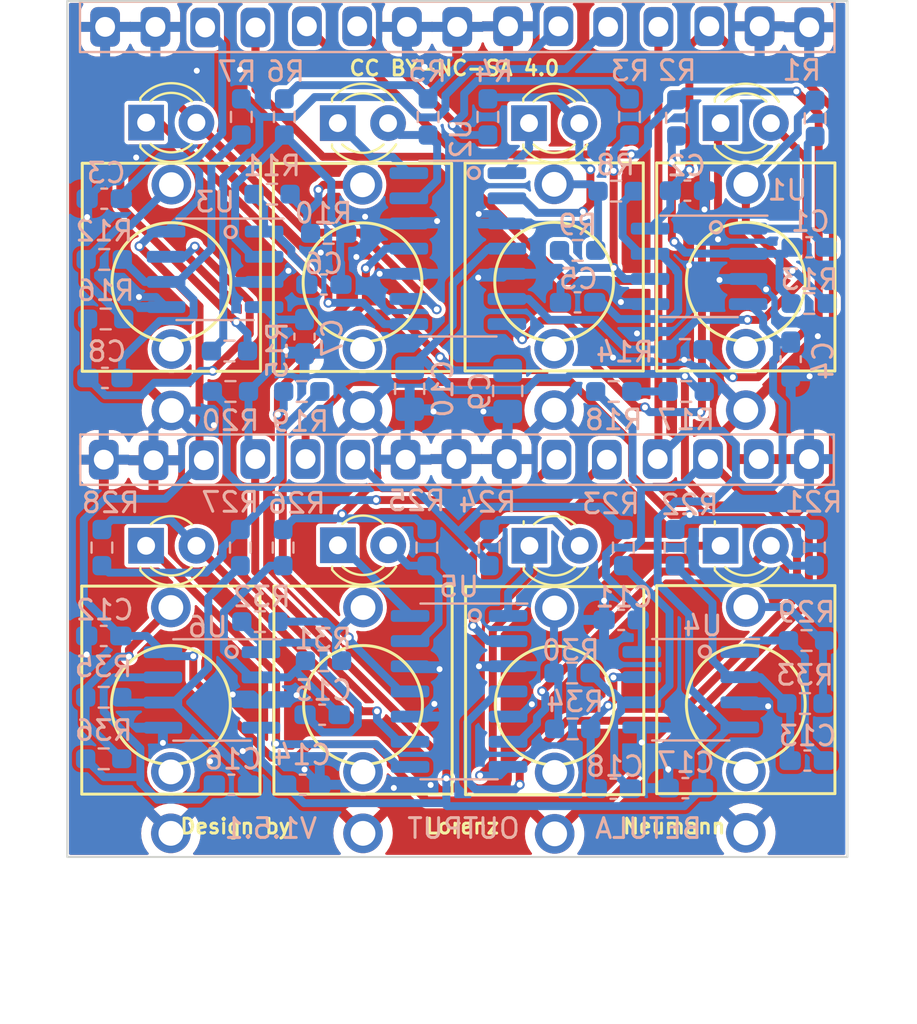
<source format=kicad_pcb>
(kicad_pcb (version 20240108) (generator "pcbnew") (generator_version "8.0")
  (layers (0 "F.Cu" signal) (31 "B.Cu" signal) (34 "B.Paste" user) (35 "F.Paste" user) (36 "B.SilkS" user "B.Silkscreen") (37 "F.SilkS" user "F.Silkscreen") (38 "B.Mask" user) (39 "F.Mask" user) (44 "Edge.Cuts" user))
  (net 0 "")
  (net 1 "Net-(U3A--)")
  (net 2 "GNDA")
  (net 3 "+12VLED")
  (net 4 "Net-(U3B--)")
  (net 5 "Net-(U6A--)")
  (net 6 "Net-(U6B--)")
  (net 7 "Net-(C18-Pad2)")
  (net 8 "Net-(U4A--)")
  (net 9 "Net-(U4B--)")
  (net 10 "OUT4")
  (net 11 "Net-(D5-KA)")
  (net 12 "-12VLED")
  (net 13 "Net-(D6-KA)")
  (net 14 "Net-(D7-KA)")
  (net 15 "Net-(D8-KA)")
  (net 16 "OUT3")
  (net 17 "OUT2")
  (net 18 "OUT1")
  (net 19 "OUT8")
  (net 20 "OUT7")
  (net 21 "OUT6")
  (net 22 "OUT5")
  (net 23 "Net-(U1A--)")
  (net 24 "Net-(U1B--)")
  (net 25 "Net-(C5-Pad2)")
  (net 26 "Net-(D1-KA)")
  (net 27 "-12V")
  (net 28 "Net-(D2-KA)")
  (net 29 "+12V")
  (net 30 "Net-(D3-KA)")
  (net 31 "Net-(D4-KA)")
  (net 32 "Net-(D1-AK)")
  (net 33 "Net-(D2-AK)")
  (net 34 "Net-(D3-AK)")
  (net 35 "Net-(D4-AK)")
  (net 44 "Net-(D5-AK)")
  (net 45 "Net-(D6-AK)")
  (net 46 "Net-(D7-AK)")
  (net 47 "Net-(D8-AK)")
  (net 48 "Net-(J1-PadT)")
  (net 49 "Net-(J2-PadT)")
  (net 50 "Net-(J3-PadT)")
  (net 51 "Net-(J4-PadT)")
  (net 52 "Net-(J5-PadT)")
  (net 53 "Net-(J6-PadT)")
  (net 54 "Net-(J8-PadT)")
  (net 55 "Net-(C3-Pad2)")
  (net 56 "Net-(C4-Pad2)")
  (net 57 "Net-(C7-Pad2)")
  (net 58 "Net-(R11-Pad1)")
  (net 59 "Net-(R14-Pad2)")
  (net 60 "Net-(C11-Pad2)")
  (net 61 "Net-(C13-Pad1)")
  (net 62 "Net-(C16-Pad2)")
  (net 63 "Net-(J7-PadT)")
  (footprint "Eigenes:Thonkicon" (layer "F.Cu") (at 124.9426 84.7834)
    (property "Reference" "J5" (hide yes))
    (property "Value" "AudioJack2_SwitchT")
  )
  (footprint "LED_THT:LED_D3.0mm" (layer "F.Cu") (at 143.0478 76.7483)
    (property "Reference" "D7" (hide yes))
    (property "Value" "LED_Dual_Bidirectional")
  )
  (footprint "Eigenes:Thonkicon" (layer "F.Cu") (at 153.9748 84.758)
    (property "Reference" "J8" (hide yes))
    (property "Value" "AudioJack2_SwitchT")
  )
  (footprint "Eigenes:Thonkicon" (layer "F.Cu") (at 134.6454 84.7834)
    (property "Reference" "J6" (hide yes))
    (property "Value" "AudioJack2_SwitchT")
  )
  (footprint "LED_THT:LED_D3.0mm" (layer "F.Cu") (at 152.6998 76.7483)
    (property "Reference" "D8" (hide yes))
    (property "Value" "LED_Dual_Bidirectional")
  )
  (footprint "Eigenes:Thonkicon" (layer "F.Cu") (at 124.968 63.4405)
    (property "Reference" "J1" (hide yes))
    (property "Value" "AudioJack2_SwitchT")
  )
  (footprint "LED_THT:LED_D3.0mm" (layer "F.Cu") (at 152.6998 55.4141)
    (property "Reference" "D4" (hide yes))
    (property "Value" "LED_Dual_Bidirectional")
  )
  (footprint "LED_THT:LED_D3.0mm" (layer "F.Cu") (at 133.3704 55.4141)
    (property "Reference" "D2" (hide yes))
    (property "Value" "LED_Dual_Bidirectional")
  )
  (footprint "LED_THT:LED_D3.0mm" (layer "F.Cu") (at 143.0274 55.4141)
    (property "Reference" "D3" (hide yes))
    (property "Value" "LED_Dual_Bidirectional")
  )
  (footprint "LED_THT:LED_D3.0mm" (layer "F.Cu") (at 123.693 55.3887)
    (property "Reference" "D1" (hide yes))
    (property "Value" "LED_Dual_Bidirectional")
  )
  (footprint "Eigenes:Thonkicon" (layer "F.Cu") (at 144.2974 63.4238)
    (property "Reference" "J3" (hide yes))
    (property "Value" "AudioJack2_SwitchT")
  )
  (footprint "Eigenes:Thonkicon" (layer "F.Cu") (at 144.3228 84.8088)
    (property "Reference" "J7" (hide yes))
    (property "Value" "AudioJack2_SwitchT")
  )
  (footprint "Eigenes:Thonkicon" (layer "F.Cu") (at 153.9748 63.4238)
    (property "Reference" "J4" (hide yes))
    (property "Value" "AudioJack2_SwitchT")
  )
  (footprint "Eigenes:Thonkicon" (layer "F.Cu") (at 134.62 63.4492)
    (property "Reference" "J2" (hide yes))
    (property "Value" "AudioJack2_SwitchT")
  )
  (footprint "LED_THT:LED_D3.0mm" (layer "F.Cu") (at 133.3754 76.7229)
    (property "Reference" "D6" (hide yes))
    (property "Value" "LED_Dual_Bidirectional")
  )
  (footprint "Eigenes:Output-Main" (layer "F.Cu") (at 139.4785 97.5472)
    (property "Reference" "J9" (hide yes))
    (property "Value" "Conn_02x15_Top_Bottom")
  )
  (footprint "LED_THT:LED_D3.0mm" (layer "F.Cu") (at 123.693 76.7483)
    (property "Reference" "D5" (hide yes))
    (property "Value" "LED_Dual_Bidirectional")
  )
  (footprint "Resistor_SMD:R_0603_1608Metric_Pad0.98x0.95mm_HandSolder" (layer "B.Cu") (at 137.93 55.1025 -90)
    (property "Reference" "R5")
    (property "Value" "470R")
  )
  (footprint "Capacitor_SMD:C_0805_2012Metric_Pad1.18x1.45mm_HandSolder" (layer "B.Cu") (at 141.95 68.93 90)
    (property "Reference" "C9")
    (property "Value" "22u")
  )
  (footprint "Resistor_SMD:R_0603_1608Metric_Pad0.98x0.95mm_HandSolder" (layer "B.Cu") (at 137.87 76.84 -90)
    (property "Reference" "R25")
    (property "Value" "470R")
  )
  (footprint "Capacitor_SMD:C_0603_1608Metric_Pad1.08x0.95mm_HandSolder" (layer "B.Cu") (at 132.67 63.56 180)
    (property "Reference" "C6")
    (property "Value" "120p")
  )
  (footprint "Capacitor_SMD:C_0603_1608Metric_Pad1.08x0.95mm_HandSolder" (layer "B.Cu") (at 150.92 88.98)
    (property "Reference" "C17")
    (property "Value" "100n")
  )
  (footprint "Resistor_SMD:R_0603_1608Metric_Pad0.98x0.95mm_HandSolder" (layer "B.Cu") (at 147.3025 68.96)
    (property "Reference" "R18")
    (property "Value" "47R")
  )
  (footprint "Capacitor_SMD:C_0603_1608Metric_Pad1.08x0.95mm_HandSolder" (layer "B.Cu") (at 131.69 66.19 90)
    (property "Reference" "C7")
    (property "Value" "100n")
  )
  (footprint "Capacitor_SMD:C_0603_1608Metric_Pad1.08x0.95mm_HandSolder" (layer "B.Cu") (at 131.6 88.81 180)
    (property "Reference" "C14")
    (property "Value" "100n")
  )
  (footprint "Resistor_SMD:R_0603_1608Metric_Pad0.98x0.95mm_HandSolder" (layer "B.Cu") (at 145.23 85.99)
    (property "Reference" "R34")
    (property "Value" "1k")
  )
  (footprint "Capacitor_SMD:C_0603_1608Metric_Pad1.08x0.95mm_HandSolder" (layer "B.Cu") (at 157.08 87.59)
    (property "Reference" "C13")
    (property "Value" "120p")
  )
  (footprint "Resistor_SMD:R_0603_1608Metric_Pad0.98x0.95mm_HandSolder" (layer "B.Cu") (at 121.5775 62.295)
    (property "Reference" "R12")
    (property "Value" "27k")
  )
  (footprint "Resistor_SMD:R_0603_1608Metric_Pad0.98x0.95mm_HandSolder" (layer "B.Cu") (at 148.1 55.1025 90)
    (property "Reference" "R3")
    (property "Value" "5k1")
  )
  (footprint "Capacitor_SMD:C_0603_1608Metric_Pad1.08x0.95mm_HandSolder" (layer "B.Cu") (at 147.68 80.49)
    (property "Reference" "C11")
    (property "Value" "100n")
  )
  (footprint "Resistor_SMD:R_0603_1608Metric_Pad0.98x0.95mm_HandSolder" (layer "B.Cu") (at 130.67 55.1025 90)
    (property "Reference" "R6")
    (property "Value" "5k1")
  )
  (footprint "Resistor_SMD:R_0603_1608Metric_Pad0.98x0.95mm_HandSolder" (layer "B.Cu") (at 131.5525 68.96)
    (property "Reference" "R19")
    (property "Value" "47R")
  )
  (footprint "Resistor_SMD:R_0603_1608Metric_Pad0.98x0.95mm_HandSolder" (layer "B.Cu") (at 157.04 81.53 180)
    (property "Reference" "R29")
    (property "Value" "1k")
  )
  (footprint "Package_SO:SOIC-8_3.9x4.9mm_P1.27mm" (layer "B.Cu") (at 127.175 62.795 180)
    (property "Reference" "U3")
    (property "Value" "OPA1692")
  )
  (footprint "Capacitor_SMD:C_0603_1608Metric_Pad1.08x0.95mm_HandSolder" (layer "B.Cu") (at 128 88.81 180)
    (property "Reference" "C16")
    (property "Value" "120p")
  )
  (footprint "Resistor_SMD:R_0603_1608Metric_Pad0.98x0.95mm_HandSolder" (layer "B.Cu") (at 130.05 59 180)
    (property "Reference" "R11")
    (property "Value" "1k")
  )
  (footprint "Package_SO:SOIC-8_3.9x4.9mm_P1.27mm" (layer "B.Cu") (at 127.015 84.025 180)
    (property "Reference" "U6")
    (property "Value" "OPA1692")
  )
  (footprint "Resistor_SMD:R_0603_1608Metric_Pad0.98x0.95mm_HandSolder" (layer "B.Cu") (at 145.2 83.17)
    (property "Reference" "R30")
    (property "Value" "27k")
  )
  (footprint "Resistor_SMD:R_0603_1608Metric_Pad0.98x0.95mm_HandSolder" (layer "B.Cu") (at 150.475 55.15 90)
    (property "Reference" "R2")
    (property "Value" "5k1")
  )
  (footprint "Capacitor_SMD:C_0603_1608Metric_Pad1.08x0.95mm_HandSolder" (layer "B.Cu") (at 156.24 67.33 90)
    (property "Reference" "C4")
    (property "Value" "100n")
  )
  (footprint "Resistor_SMD:R_0603_1608Metric_Pad0.98x0.95mm_HandSolder" (layer "B.Cu") (at 150.4 76.84 90)
    (property "Reference" "R22")
    (property "Value" "5k1")
  )
  (footprint "Capacitor_SMD:C_0805_2012Metric_Pad1.18x1.45mm_HandSolder" (layer "B.Cu") (at 137 68.82 90)
    (property "Reference" "C10")
    (property "Value" "22u")
  )
  (footprint "Resistor_SMD:R_0603_1608Metric_Pad0.98x0.95mm_HandSolder" (layer "B.Cu") (at 140.95 55.1025 90)
    (property "Reference" "R4")
    (property "Value" "470R")
  )
  (footprint "Resistor_SMD:R_0603_1608Metric_Pad0.98x0.95mm_HandSolder" (layer "B.Cu") (at 157.175 64.52 180)
    (property "Reference" "R13")
    (property "Value" "27k")
  )
  (footprint "Package_SO:SOIC-8_3.9x4.9mm_P1.27mm" (layer "B.Cu") (at 151.195 84.015 180)
    (property "Reference" "U4")
    (property "Value" "OPA1692")
  )
  (footprint "Resistor_SMD:R_0603_1608Metric_Pad0.98x0.95mm_HandSolder" (layer "B.Cu") (at 128.45 76.84 90)
    (property "Reference" "R27")
    (property "Value" "5k1")
  )
  (footprint "Capacitor_SMD:C_0603_1608Metric_Pad1.08x0.95mm_HandSolder" (layer "B.Cu") (at 121.5775 59.23)
    (property "Reference" "C3")
    (property "Value" "100n")
  )
  (footprint "Resistor_SMD:R_0603_1608Metric_Pad0.98x0.95mm_HandSolder" (layer "B.Cu") (at 127.9 66.92)
    (property "Reference" "R15")
    (property "Value" "470R")
  )
  (footprint "Package_SO:SOIC-14_3.9x8.7mm_P1.27mm" (layer "B.Cu") (at 139.435 61.75 180)
    (property "Reference" "U2")
    (property "Value" "LM324")
  )
  (footprint "Resistor_SMD:R_0603_1608Metric_Pad0.98x0.95mm_HandSolder" (layer "B.Cu") (at 121.5525 84.395)
    (property "Reference" "R35")
    (property "Value" "27k")
  )
  (footprint "Package_SO:SOIC-8_3.9x4.9mm_P1.27mm" (layer "B.Cu") (at 151.615 62.645 180)
    (property "Reference" "U1")
    (property "Value" "OPA1692")
  )
  (footprint "Resistor_SMD:R_0603_1608Metric_Pad0.98x0.95mm_HandSolder" (layer "B.Cu") (at 128.5 55.1025 90)
    (property "Reference" "R7")
    (property "Value" "5k1")
  )
  (footprint "Package_SO:SOIC-14_3.9x8.7mm_P1.27mm" (layer "B.Cu") (at 139.495 84.1 180)
    (property "Reference" "U5")
    (property "Value" "LM324")
  )
  (footprint "Resistor_SMD:R_0603_1608Metric_Pad0.98x0.95mm_HandSolder" (layer "B.Cu") (at 145.48 61.84 180)
    (property "Reference" "R9")
    (property "Value" "27k")
  )
  (footprint "Resistor_SMD:R_0603_1608Metric_Pad0.98x0.95mm_HandSolder" (layer "B.Cu") (at 156.96 84.71 180)
    (property "Reference" "R33")
    (property "Value" "27k")
  )
  (footprint "Capacitor_SMD:C_0603_1608Metric_Pad1.08x0.95mm_HandSolder" (layer "B.Cu") (at 121.5525 81.3)
    (property "Reference" "C12")
    (property "Value" "100n")
  )
  (footprint "Resistor_SMD:R_0603_1608Metric_Pad0.98x0.95mm_HandSolder" (layer "B.Cu") (at 121.65 65.3 180)
    (property "Reference" "R16")
    (property "Value" "1k")
  )
  (footprint "Resistor_SMD:R_0603_1608Metric_Pad0.98x0.95mm_HandSolder" (layer "B.Cu") (at 147.425 58.85)
    (property "Reference" "R8")
    (property "Value" "1k")
  )
  (footprint "Resistor_SMD:R_0603_1608Metric_Pad0.98x0.95mm_HandSolder" (layer "B.Cu") (at 141.02 76.84 -90)
    (property "Reference" "R24")
    (property "Value" "470R")
  )
  (footprint "Resistor_SMD:R_0603_1608Metric_Pad0.98x0.95mm_HandSolder" (layer "B.Cu") (at 127.95 68.96)
    (property "Reference" "R20")
    (property "Value" "47R")
  )
  (footprint "Capacitor_SMD:C_0603_1608Metric_Pad1.08x0.95mm_HandSolder" (layer "B.Cu") (at 147.2875 89.01 180)
    (property "Reference" "C18")
    (property "Value" "120p")
  )
  (footprint "Capacitor_SMD:C_0603_1608Metric_Pad1.08x0.95mm_HandSolder" (layer "B.Cu") (at 145.48 64.46)
    (property "Reference" "C5")
    (property "Value" "120p")
  )
  (footprint "Resistor_SMD:R_0603_1608Metric_Pad0.98x0.95mm_HandSolder" (layer "B.Cu") (at 150.9625 68.96)
    (property "Reference" "R17")
    (property "Value" "47R")
  )
  (footprint "Resistor_SMD:R_0603_1608Metric_Pad0.98x0.95mm_HandSolder" (layer "B.Cu") (at 147.79 76.84 90)
    (property "Reference" "R23")
    (property "Value" "5k1")
  )
  (footprint "Capacitor_SMD:C_0603_1608Metric_Pad1.08x0.95mm_HandSolder" (layer "B.Cu") (at 151.025 58.825 180)
    (property "Reference" "C2")
    (property "Value" "100n")
  )
  (footprint "Resistor_SMD:R_0603_1608Metric_Pad0.98x0.95mm_HandSolder" (layer "B.Cu") (at 121.46 76.84 -90)
    (property "Reference" "R28")
    (property "Value" "470R")
  )
  (footprint "Resistor_SMD:R_0603_1608Metric_Pad0.98x0.95mm_HandSolder" (layer "B.Cu") (at 130.61 76.84 90)
    (property "Reference" "R26")
    (property "Value" "5k1")
  )
  (footprint "Resistor_SMD:R_0603_1608Metric_Pad0.98x0.95mm_HandSolder" (layer "B.Cu") (at 132.65 82.55 180)
    (property "Reference" "R31")
    (property "Value" "27k")
  )
  (footprint "Resistor_SMD:R_0603_1608Metric_Pad0.98x0.95mm_HandSolder" (layer "B.Cu") (at 157.475 55.175 -90)
    (property "Reference" "R1")
    (property "Value" "1k")
  )
  (footprint "Capacitor_SMD:C_0603_1608Metric_Pad1.08x0.95mm_HandSolder" (layer "B.Cu") (at 157.175 61.68)
    (property "Reference" "C1")
    (property "Value" "120p")
  )
  (footprint "Capacitor_SMD:C_0603_1608Metric_Pad1.08x0.95mm_HandSolder" (layer "B.Cu") (at 121.6125 68.275 180)
    (property "Reference" "C8")
    (property "Value" "120p")
  )
  (footprint "Resistor_SMD:R_0603_1608Metric_Pad0.98x0.95mm_HandSolder" (layer "B.Cu") (at 132.91 60.98)
    (property "Reference" "R10")
    (property "Value" "27k")
  )
  (footprint "Resistor_SMD:R_0603_1608Metric_Pad0.98x0.95mm_HandSolder" (layer "B.Cu") (at 129.4375 80.575 180)
    (property "Reference" "R32")
    (property "Value" "1k")
  )
  (footprint "Capacitor_SMD:C_0603_1608Metric_Pad1.08x0.95mm_HandSolder" (layer "B.Cu") (at 132.58 85.275)
    (property "Reference" "C15")
    (property "Value" "120p")
  )
  (footprint "Resistor_SMD:R_0603_1608Metric_Pad0.98x0.95mm_HandSolder" (layer "B.Cu") (at 150.9 66.84 180)
    (property "Reference" "R14")
    (property "Value" "470R")
  )
  (footprint "Resistor_SMD:R_0603_1608Metric_Pad0.98x0.95mm_HandSolder" (layer "B.Cu") (at 121.55 87.5 180)
    (property "Reference" "R36")
    (property "Value" "1k")
  )
  (footprint "Resistor_SMD:R_0603_1608Metric_Pad0.98x0.95mm_HandSolder" (layer "B.Cu") (at 157.44 76.84 -90)
    (property "Reference" "R21")
    (property "Value" "470R")
  )
  (gr_circle (center 140.29 80.26) (end 140.4678 80.4886) (stroke (width 0.15)) (fill none) (layer "B.SilkS"))
  (gr_circle (center 128.01 82.1) (end 128.1878 82.3286) (stroke (width 0.15)) (fill none) (layer "B.SilkS"))
  (gr_circle (center 151.91 82.09) (end 152.0878 82.3186) (stroke (width 0.15)) (fill none) (layer "B.SilkS"))
  (gr_circle (center 152.47 60.67) (end 152.6478 60.8986) (stroke (width 0.15)) (fill none) (layer "B.SilkS"))
  (gr_circle (center 140.24 57.929604) (end 140.4178 58.158204) (stroke (width 0.15)) (fill none) (layer "B.SilkS"))
  (gr_circle (center 127.96 60.91) (end 128.1378 61.1386) (stroke (width 0.15)) (fill none) (layer "B.SilkS"))
  (gr_rect (start 119.7102 49.2506) (end 159.1056 92.456) (stroke (width 0.1)) (fill none) (layer "Edge.Cuts"))
  (gr_text "BETULA     OUTPUT      V1.5.1\n\n" (at 139.7 91.82 0) (layer "B.SilkS") (effects (font (size 1 1)) (justify mirror)))
  (gr_text "Design by            Lorenz           Neumann" (at 139.18 90.91 0) (layer "F.SilkS") (effects (font (size 0.75 0.75))))
  (gr_text "CC BY-NC-SA 4.0\n" (at 139.26 52.64 0) (layer "F.SilkS") (effects (font (size 0.75 0.75))))
  (segment (start 129.65 62.16) (end 129.102 62.16) (width 0.4) (layer "B.Cu") (net 1))
  (segment (start 133.592 60.78) (end 133.041366 60.229366) (width 0.4) (layer "B.Cu") (net 1))
  (segment (start 133.6225 60.78) (end 133.8225 60.98) (width 0.4) (layer "B.Cu") (net 1))
  (segment (start 133.532 62.4772) (end 133.4905 62.4357) (width 0.4) (layer "B.Cu") (net 1))
  (segment (start 129.102 62.16) (end 128.188 61.2465) (width 0.4) (layer "B.Cu") (net 1))
  (segment (start 133.5325 62.4777) (end 133.5325 63.56) (width 0.4) (layer "B.Cu") (net 1))
  (segment (start 133.532 63.56) (end 133.532 62.4772) (width 0.4) (layer "B.Cu") (net 1))
  (segment (start 128.188 61.2465) (end 128.188 58.5337) (width 0.4) (layer "B.Cu") (net 1))
  (segment (start 133.4905 60.8815) (end 133.592 60.78) (width 0.4) (layer "B.Cu") (net 1))
  (segment (start 133.592 60.78) (end 133.6225 60.78) (width 0.4) (layer "B.Cu") (net 1))
  (segment (start 133.4905 62.4357) (end 133.4905 60.8815) (width 0.4) (layer "B.Cu") (net 1))
  (segment (start 133.532 62.4772) (end 133.5325 62.4777) (width 0.4) (layer "B.Cu") (net 1))
  (segment (start 133.041366 60.229366) (end 133.041366 58.386366) (width 0.4) (layer "B.Cu") (net 1))
  (segment (start 129.218 57.5037) (end 129.302 57.5037) (width 0.4) (layer "B.Cu") (net 1))
  (segment (start 129.302 57.5037) (end 130.67 56.1357) (width 0.4) (layer "B.Cu") (net 1))
  (segment (start 133.041366 58.386366) (end 130.67 56.015) (width 0.4) (layer "B.Cu") (net 1))
  (segment (start 130.67 56.1357) (end 130.67 56.015) (width 0.4) (layer "B.Cu") (net 1))
  (segment (start 128.188 58.5337) (end 129.218 57.5037) (width 0.4) (layer "B.Cu") (net 1))
  (segment (start 148.35 67.39) (end 147.41 67.39) (width 0.4) (layer "F.Cu") (net 2))
  (segment (start 157.196 66.584) (end 157.61 66.17) (width 0.4) (layer "F.Cu") (net 2))
  (segment (start 126.3 52.72) (end 126.25 52.77) (width 0.4) (layer "F.Cu") (net 2))
  (segment (start 131.51 59.43) (end 132.22 60.14) (width 0.4) (layer "F.Cu") (net 2))
  (segment (start 129.500499 88.040499) (end 128.57 87.11) (width 0.4) (layer "F.Cu") (net 2))
  (segment (start 127.44 87.11) (end 126.92 87.63) (width 0.4) (layer "F.Cu") (net 2))
  (segment (start 132.22 60.14) (end 134.75 60.14) (width 0.4) (layer "F.Cu") (net 2))
  (segment (start 135.049721 85.74) (end 138.06 88.750279) (width 0.4) (layer "F.Cu") (net 2))
  (segment (start 147.667 65.217) (end 148.48 66.03) (width 0.4) (layer "F.Cu") (net 2))
  (segment (start 128.43 55.19) (end 131.51 58.27) (width 0.4) (layer "F.Cu") (net 2))
  (segment (start 132.74 85.74) (end 133.84 85.74) (width 0.4) (layer "F.Cu") (net 2))
  (segment (start 128.43 52.72) (end 126.3 52.72) (width 0.4) (layer "F.Cu") (net 2))
  (segment (start 138.06 88.750279) (end 138.06 88.82) (width 0.4) (layer "F.Cu") (net 2))
  (segment (start 147.41 67.39) (end 147.27 67.25) (width 0.4) (layer "F.Cu") (net 2))
  (segment (start 131.691 88.0383) (end 131.688801 88.040499) (width 0.4) (layer "F.Cu") (net 2))
  (segment (start 151.11 62.6) (end 150.863094 62.846906) (width 0.4) (layer "F.Cu") (net 2))
  (segment (start 133.84 85.74) (end 135.049721 85.74) (width 0.4) (layer "F.Cu") (net 2))
  (segment (start 148.48 66.03) (end 148.48 67.26) (width 0.4) (layer "F.Cu") (net 2))
  (segment (start 128.57 87.11) (end 127.44 87.11) (width 0.4) (layer "F.Cu") (net 2))
  (segment (start 131.51 58.27) (end 131.51 59.43) (width 0.4) (layer "F.Cu") (net 2))
  (segment (start 147.667 64.4471) (end 147.667 65.217) (width 0.4) (layer "F.Cu") (net 2))
  (segment (start 148.48 67.26) (end 148.35 67.39) (width 0.4) (layer "F.Cu") (net 2))
  (segment (start 134.09 61.95) (end 134.31 62.17) (width 0.4) (layer "F.Cu") (net 2))
  (segment (start 132.51 61.95) (end 134.09 61.95) (width 0.4) (layer "F.Cu") (net 2))
  (segment (start 128.43 52.72) (end 128.43 55.19) (width 0.4) (layer "F.Cu") (net 2))
  (segment (start 131.29 84.29) (end 132.74 85.74) (width 0.4) (layer "F.Cu") (net 2))
  (segment (start 150.863094 62.846906) (end 150.863094 67.361404) (width 0.4) (layer "F.Cu") (net 2))
  (segment (start 157.196 68.1925) (end 157.196 66.584) (width 0.4) (layer "F.Cu") (net 2))
  (segment (start 131.688801 88.040499) (end 129.500499 88.040499) (width 0.4) (layer "F.Cu") (net 2))
  (via (at 128.064 84.2533) (size 0.5) (drill 0.3) (layers "F.Cu" "B.Cu") (net 2))
  (via (at 124.54 86.697) (size 0.5) (drill 0.3) (layers "F.Cu" "B.Cu") (net 2))
  (via (at 151.11 62.6) (size 0.5) (drill 0.3) (layers "F.Cu" "B.Cu") (net 2))
  (via (at 132.51 61.95) (size 0.5) (drill 0.3) (layers "F.Cu" "B.Cu") (net 2))
  (via (at 147.667 64.4471) (size 0.5) (drill 0.3) (layers "F.Cu" "B.Cu") (net 2))
  (via (at 140.461 63.2128) (size 0.5) (drill 0.3) (layers "F.Cu" "B.Cu") (net 2))
  (via (at 120.715 60.1573) (size 0.5) (drill 0.3) (layers "F.Cu" "B.Cu") (net 2))
  (via (at 150.863094 67.361404) (size 0.5) (drill 0.3) (layers "F.Cu" "B.Cu") (net 2))
  (via (at 140.486 60.0007) (size 0.5) (drill 0.3) (layers "F.Cu" "B.Cu") (net 2))
  (via (at 152.57 61.28) (size 0.5) (drill 0.3) (layers "F.Cu" "B.Cu") (net 2))
  (via (at 126.25 52.77) (size 0.5) (drill 0.3) (layers "F.Cu" "B.Cu") (net 2))
  (via (at 151.888 59.7738) (size 0.5) (drill 0.3) (layers "F.Cu" "B.Cu") (net 2))
  (via (at 126.92 87.63) (size 0.5) (drill 0.3) (layers "F.Cu" "B.Cu") (net 2))
  (via (at 137.76 52.58) (size 0.5) (drill 0.3) (layers "F.Cu" "B.Cu") (net 2))
  (via (at 120.69 82.2346) (size 0.5) (drill 0.3) (layers "F.Cu" "B.Cu") (net 2))
  (via (at 150.058 88.0266) (size 0.5) (drill 0.3) (layers "F.Cu" "B.Cu") (net 2))
  (via (at 146.818 79.5185) (size 0.5) (drill 0.3) (layers "F.Cu" "B.Cu") (net 2))
  (via (at 138.204 69.971) (size 0.5) (drill 0.3) (layers "F.Cu" "B.Cu") (net 2))
  (via (at 157.61 66.17) (size 0.5) (drill 0.3) (layers "F.Cu" "B.Cu") (net 2))
  (via (at 135.486 63.02) (size 0.5) (drill 0.3) (layers "F.Cu" "B.Cu") (net 2))
  (via (at 128.43 52.72) (size 0.5) (drill 0.3) (layers "F.Cu" "B.Cu") (net 2))
  (via (at 131.29 84.29) (size 0.5) (drill 0.3) (layers "F.Cu" "B.Cu") (net 2))
  (via (at 123.331 64.1915) (size 0.5) (drill 0.3) (layers "F.Cu" "B.Cu") (net 2))
  (via (at 138.51 82.9762) (size 0.5) (drill 0.3) (layers "F.Cu" "B.Cu") (net 2))
  (via (at 152.646 63.3316) (size 0.5) (drill 0.3) (layers "F.Cu" "B.Cu") (net 2))
  (via (at 127.11 70.66) (size 0.5) (drill 0.3) (layers "F.Cu" "B.Cu") (net 2))
  (via (at 155.102 84.8476) (size 0.5) (drill 0.3) (layers "F.Cu" "B.Cu") (net 2))
  (via (at 138.06 88.82) (size 0.5) (drill 0.3) (layers "F.Cu" "B.Cu") (net 2))
  (via (at 140.724 69.971) (size 0.5) (drill 0.3) (layers "F.Cu" "B.Cu") (net 2))
  (via (at 147.27 67.25) (size 0.5) (drill 0.3) (layers "F.Cu" "B.Cu") (net 2))
  (via (at 157.196 68.1925) (size 0.5) (drill 0.3) (layers "F.Cu" "B.Cu") (net 2))
  (via (at 148.72 86.6746) (size 0.5) (drill 0.3) (layers "F.Cu" "B.Cu") (net 2))
  (via (at 154.998879 63.806396) (size 0.5) (drill 0.3) (layers "F.Cu" "B.Cu") (net 2))
  (via (at 148.48 66.03) (size 0.5) (drill 0.3) (layers "F.Cu" "B.Cu") (net 2))
  (via (at 136.2 88.97) (size 0.5) (drill 0.3) (layers "F.Cu" "B.Cu") (net 2))
  (via (at 131.691 88.0383) (size 0.5) (drill 0.3) (layers "F.Cu" "B.Cu") (net 2))
  (via (at 138.386 60.3585) (size 0.5) (drill 0.3) (layers "F.Cu" "B.Cu") (net 2))
  (via (at 130.754 66.9006) (size 0.5) (drill 0.3) (layers "F.Cu" "B.Cu") (net 2))
  (via (at 140.499 82.83) (size 0.5) (drill 0.3) (layers "F.Cu" "B.Cu") (net 2))
  (via (at 130.879384 62.867916) (size 0.5) (drill 0.3) (layers "F.Cu" "B.Cu") (net 2))
  (via (at 143.172 84.7462) (size 0.5) (drill 0.3) (layers "F.Cu" "B.Cu") (net 2))
  (via (at 128.57 87.11) (size 0.5) (drill 0.3) (layers "F.Cu" "B.Cu") (net 2))
  (via (at 134.31 62.17) (size 0.5) (drill 0.3) (layers "F.Cu" "B.Cu") (net 2))
  (via (at 138.248 84.7277) (size 0.5) (drill 0.3) (layers "F.Cu" "B.Cu") (net 2))
  (via (at 134.75 60.14) (size 0.5) (drill 0.3) (layers "F.Cu" "B.Cu") (net 2))
  (via (at 123.19 57.15) (size 0.5) (drill 0.3) (layers "F.Cu" "B.Cu") (net 2))
  (segment (start 138.248 84.7277) (end 137.606 85.37) (width 0.4) (layer "B.Cu") (net 2))
  (segment (start 130.754 66.9006) (end 131.538 66.9006) (width 0.4) (layer "B.Cu") (net 2))
  (segment (start 140.486 60.0007) (end 141.431 60.0007) (width 0.4) (layer "B.Cu") (net 2))
  (segment (start 134.75 60.14) (end 134.75 61.73) (width 0.4) (layer "B.Cu") (net 2))
  (segment (start 138.204 69.971) (end 137.114 69.971) (width 0.4) (layer "B.Cu") (net 2))
  (segment (start 153.868 84.8476) (end 153.67 84.65) (width 0.4) (layer "B.Cu") (net 2))
  (segment (start 137.082 60.3585) (end 136.96 60.48) (width 0.4) (layer "B.Cu") (net 2))
  (segment (start 122.795 57.15) (end 123.19 57.15) (width 0.4) (layer "B.Cu") (net 2))
  (segment (start 131.538 66.9006) (end 131.69 67.0525) (width 0.4) (layer "B.Cu") (net 2))
  (segment (start 156.835 65.395) (end 155.495 65.395) (width 0.4) (layer "B.Cu") (net 2))
  (segment (start 154.038 63.3316) (end 152.646 63.3316) (width 0.4) (layer "B.Cu") (net 2))
  (segment (start 141.431 60.0007) (end 141.91 60.48) (width 0.4) (layer "B.Cu") (net 2))
  (segment (start 151.161 62.916932) (end 151.161 62.668172) (width 0.4) (layer "B.Cu") (net 2))
  (segment (start 129.49 84.66) (end 129.86 84.29) (width 0.4) (layer "B.Cu") (net 2))
  (segment (start 149.037 64.4471) (end 149.14 64.55) (width 0.4) (layer "B.Cu") (net 2))
  (segment (start 130.3173 63.43) (end 130.879384 62.867916) (width 0.4) (layer "B.Cu") (net 2))
  (segment (start 146.8175 80.0047) (end 146.8175 80.49) (width 0.4) (layer "B.Cu") (net 2))
  (segment (start 146.818 80.49) (end 146.818 80.0042) (width 0.4) (layer "B.Cu") (net 2))
  (segment (start 150.058 88.5033) (end 150.058 88.98) (width 0.4) (layer "B.Cu") (net 2))
  (segment (start 137.606 85.37) (end 137.02 85.37) (width 0.4) (layer "B.Cu") (net 2))
  (segment (start 132.462 88.81) (end 131.691 88.0383) (width 0.4) (layer "B.Cu") (net 2))
  (segment (start 155.45 64.26) (end 155.45 65.35) (width 0.25) (layer "B.Cu") (net 2))
  (segment (start 129.083 84.2533) (end 129.49 84.66) (width 0.4) (layer "B.Cu") (net 2))
  (segment (start 138.06 88.82) (end 136.35 88.82) (width 0.4) (layer "B.Cu") (net 2))
  (segment (start 148.72 86.6746) (end 148.72 85.92) (width 0.4) (layer "B.Cu") (net 2))
  (segment (start 154.09 63.28) (end 154.472483 63.28) (width 0.4) (layer "B.Cu") (net 2))
  (segment (start 151.8875 59.2989) (end 151.8875 58.825) (width 0.4) (layer "B.Cu") (net 2))
  (segment (start 151.888 59.2994) (end 151.888 59.7738) (width 0.4) (layer "B.Cu") (net 2))
  (segment (start 151.888 59.2994) (end 151.8875 59.2989) (width 0.4) (layer "B.Cu") (net 2))
  (segment (start 156.24 68.1925) (end 157.196 68.1925) (width 0.4) (layer "B.Cu") (net 2))
  (segment (start 138.386 60.3585) (end 137.082 60.3585) (width 0.4) (layer "B.Cu") (net 2))
  (segment (start 138.51 82.9762) (end 137.166 82.9762) (width 0.4) (layer "B.Cu") (net 2))
  (segment (start 136.8623 50.5572) (end 136.8623 51.6823) (width 0.4) (layer "B.Cu") (net 2))
  (segment (start 146.818 80.0042) (end 146.818 79.5185) (width 0.4) (layer "B.Cu") (net 2))
  (segment (start 130.48 52.58) (end 130.36 52.7) (width 0.4) (layer "B.Cu") (net 2))
  (segment (start 151.575668 63.3316) (end 151.161 62.916932) (width 0.4) (layer "B.Cu") (net 2))
  (segment (start 140.724 69.971) (end 141.946 69.971) (width 0.4) (layer "B.Cu") (net 2))
  (segment (start 154.09 63.28) (end 154.038 63.3316) (width 0.4) (layer "B.Cu") (net 2))
  (segment (start 151.161 62.651) (end 151.11 62.6) (width 0.4) (layer "B.Cu") (net 2))
  (segment (start 120.715 59.23) (end 122.795 57.15) (width 0.4) (layer "B.Cu") (net 2))
  (segment (start 124.54 85.93) (end 124.54 86.697) (width 0.4) (layer "B.Cu") (net 2))
  (segment (start 136.96 63.02) (end 135.486 63.02) (width 0.4) (layer "B.Cu") (net 2))
  (segment (start 137.76 52.58) (end 130.48 52.58) (width 0.4) (layer "B.Cu") (net 2))
  (segment (start 128.064 84.2533) (end 129.083 84.2533) (width 0.4) (layer "B.Cu") (net 2))
  (segment (start 141.717 63.2128) (end 141.91 63.02) (width 0.4) (layer "B.Cu") (net 2))
  (segment (start 151.888 60.598) (end 152.57 61.28) (width 0.4) (layer "B.Cu") (net 2))
  (segment (start 124.968 69.9205) (end 126.3705 69.9205) (width 0.4) (layer "B.Cu") (net 2))
  (segment (start 154.998879 63.806396) (end 154.998879 63.808879) (width 0.25) (layer "B.Cu") (net 2))
  (segment (start 129.65 63.43) (end 130.3173 63.43) (width 0.4) (layer "B.Cu") (net 2))
  (segment (start 130.36 52.7) (end 128.45 52.7) (width 0.4) (layer "B.Cu") (net 2))
  (segment (start 146.818 80.0042) (end 146.8175 80.0047) (width 0.4) (layer "B.Cu") (net 2))
  (segment (start 136.35 88.82) (end 136.2 88.97) (width 0.4) (layer "B.Cu") (net 2))
  (segment (start 140.461 63.2128) (end 141.717 63.2128) (width 0.4) (layer "B.Cu") (net 2))
  (segment (start 152.646 63.3316) (end 151.575668 63.3316) (width 0.4) (layer "B.Cu") (net 2))
  (segment (start 141.946 69.971) (end 141.95 69.9675) (width 0.4) (layer "B.Cu") (net 2))
  (segment (start 147.667 64.4471) (end 149.037 64.4471) (width 0.4) (layer "B.Cu") (net 2))
  (segment (start 134.75 61.73) (end 134.31 62.17) (width 0.4) (layer "B.Cu") (net 2))
  (segment (start 155.495 65.395) (end 155.45 65.44) (width 0.4) (layer "B.Cu") (net 2))
  (segment (start 136.8623 51.6823) (end 137.76 52.58) (width 0.4) (layer "B.Cu") (net 2))
  (segment (start 154.472483 63.28) (end 154.998879 63.806396) (width 0.4) (layer "B.Cu") (net 2))
  (segment (start 151.161 62.668172) (end 151.161 62.651) (width 0.4) (layer "B.Cu") (net 2))
  (segment (start 129.86 84.29) (end 131.29 84.29) (width 0.4) (layer "B.Cu") (net 2))
  (segment (start 137.166 82.9762) (end 137.02 82.83) (width 0.4) (layer "B.Cu") (net 2))
  (segment (start 141.97 82.83) (end 140.499 82.83) (width 0.4) (layer "B.Cu") (net 2))
  (segment (start 150.058 88.0266) (end 150.058 88.5033) (width 0.4) (layer "B.Cu") (net 2))
  (segment (start 128.45 52.7) (end 128.43 52.72) (width 0.4) (layer "B.Cu") (net 2))
  (segment (start 157.61 66.17) (end 156.835 65.395) (width 0.4) (layer "B.Cu") (net 2))
  (segment (start 151.888 59.7738) (end 151.888 60.598) (width 0.4) (layer "B.Cu") (net 2))
  (segment (start 141.97 85.37) (end 142.548 85.37) (width 0.4) (layer "B.Cu") (net 2))
  (segment (start 124.192 64.1915) (end 124.7 64.7) (width 0.4) (layer "B.Cu") (net 2))
  (segment (start 142.548 85.37) (end 143.172 84.7462) (width 0.4) (layer "B.Cu") (net 2))
  (segment (start 155.45 65.35) (end 155.495 65.395) (width 0.25) (layer "B.Cu") (net 2))
  (segment (start 126.3705 69.9205) (end 127.11 70.66) (width 0.4) (layer "B.Cu") (net 2))
  (segment (start 120.69 82.2346) (end 120.69 81.3) (width 0.4) (layer "B.Cu") (net 2))
  (segment (start 137.114 69.971) (end 137 69.8575) (width 0.4) (layer "B.Cu") (net 2))
  (segment (start 150.0575 88.5038) (end 150.0575 88.98) (width 0.4) (layer "B.Cu") (net 2))
  (segment (start 150.058 88.5033) (end 150.0575 88.5038) (width 0.4) (layer "B.Cu") (net 2))
  (segment (start 120.715 60.1573) (end 120.715 59.23) (width 0.4) (layer "B.Cu") (net 2))
  (segment (start 151.888 58.825) (end 151.888 59.2994) (width 0.4) (layer "B.Cu") (net 2))
  (segment (start 155.102 84.8476) (end 153.868 84.8476) (width 0.4) (layer "B.Cu") (net 2))
  (segment (start 123.331 64.1915) (end 124.192 64.1915) (width 0.4) (layer "B.Cu") (net 2))
  (segment (start 154.998879 63.808879) (end 155.45 64.26) (width 0.25) (layer "B.Cu") (net 2))
  (segment (start 150.284 85.5792) (end 156.559 79.3042) (width 0.4) (layer "F.Cu") (net 3))
  (segment (start 142.558 88.8065) (end 142.558 87.968) (width 0.4) (layer "F.Cu") (net 3))
  (segment (start 155.06 74.7115) (end 152.286 74.7115) (width 0.4) (layer "F.Cu") (net 3))
  (segment (start 156.559 79.3042) (end 156.559 76.2102) (width 0.4) (layer "F.Cu") (net 3))
  (segment (start 142.558 87.968) (end 144.947 85.5792) (width 0.4) (layer "F.Cu") (net 3))
  (segment (start 150.9 73.3252) (end 150.9 68.1852) (width 0.4) (layer "F.Cu") (net 3))
  (segment (start 152.286 74.7115) (end 150.9 73.3252) (width 0.4) (layer "F.Cu") (net 3))
  (segment (start 156.559 76.2102) (end 155.06 74.7115) (width 0.4) (layer "F.Cu") (net 3))
  (segment (start 144.947 85.5792) (end 150.284 85.5792) (width 0.4) (layer "F.Cu") (net 3))
  (via (at 142.558 88.8065) (size 0.5) (drill 0.3) (layers "F.Cu" "B.Cu") (net 3))
  (via (at 150.9 68.1852) (size 0.5) (drill 0.3) (layers "F.Cu" "B.Cu") (net 3))
  (segment (start 140.963 61.75) (end 141.91 61.75) (width 0.4) (layer "B.Cu") (net 3))
  (segment (start 150.789 68.0743) (end 150.9 68.1852) (width 0.4) (layer "B.Cu") (net 3))
  (segment (start 140.334 89.0473) (end 142.317 89.0473) (width 0.4) (layer "B.Cu") (net 3))
  (segment (start 145.146 68.0743) (end 150.789 68.0743) (width 0.4) (layer "B.Cu") (net 3))
  (segment (start 151.675 68.96) (end 150.9 68.1852) (width 0.4) (layer "B.Cu") (net 3))
  (segment (start 141.464 84.1) (end 139.905 85.6584) (width 0.4) (layer "B.Cu") (net 3))
  (segment (start 137.557 67.2259) (end 139.176 65.6066) (width 0.4) (layer "B.Cu") (net 3))
  (segment (start 137.557 67.2259) (end 139.226 68.8949) (width 0.4) (layer "B.Cu") (net 3))
  (segment (start 137 67.7825) (end 137.557 67.2259) (width 0.4) (layer "B.Cu") (net 3))
  (segment (start 139.226 68.8949) (end 142.864 68.8949) (width 0.4) (layer "B.Cu") (net 3))
  (segment (start 139.176 65.6066) (end 139.176 63.5369) (width 0.4) (layer "B.Cu") (net 3))
  (segment (start 143.495 68.2641) (end 144.956 68.2641) (width 0.4) (layer "B.Cu") (net 3))
  (segment (start 142.864 68.8949) (end 143.495 68.2641) (width 0.4) (layer "B.Cu") (net 3))
  (segment (start 139.176 63.5369) (end 140.963 61.75) (width 0.4) (layer "B.Cu") (net 3))
  (segment (start 142.317 89.0473) (end 142.558 88.8065) (width 0.4) (layer "B.Cu") (net 3))
  (segment (start 144.956 68.2641) (end 145.146 68.0743) (width 0.4) (layer "B.Cu") (net 3))
  (segment (start 151.875 68.96) (end 151.675 68.96) (width 0.4) (layer "B.Cu") (net 3))
  (segment (start 141.97 84.1) (end 141.464 84.1) (width 0.4) (layer "B.Cu") (net 3))
  (segment (start 139.905 88.619) (end 140.334 89.0473) (width 0.4) (layer "B.Cu") (net 3))
  (segment (start 139.905 85.6584) (end 139.905 88.619) (width 0.4) (layer "B.Cu") (net 3))
  (segment (start 126.091 64.3238) (end 126.091 65.1596) (width 0.4) (layer "B.Cu") (net 4))
  (segment (start 125.253 63.4851) (end 126.988 61.7504) (width 0.4) (layer "B.Cu") (net 4))
  (segment (start 122.475 67.3104) (end 122.475 68.275) (width 0.4) (layer "B.Cu") (net 4))
  (segment (start 123.625 63.43) (end 124.7 63.43) (width 0.4) (layer "B.Cu") (net 4))
  (segment (start 126.988 61.7504) (end 126.988 57.5275) (width 0.4) (layer "B.Cu") (net 4))
  (segment (start 126.091 65.1596) (end 125.85 65.4008) (width 0.4) (layer "B.Cu") (net 4))
  (segment (start 125.253 63.4851) (end 126.091 64.3238) (width 0.4) (layer "B.Cu") (net 4))
  (segment (start 124.7 63.43) (end 125.198 63.43) (width 0.4) (layer "B.Cu") (net 4))
  (segment (start 125.198 63.43) (end 125.253 63.4851) (width 0.4) (layer "B.Cu") (net 4))
  (segment (start 122.49 62.295) (end 123.625 63.43) (width 0.4) (layer "B.Cu") (net 4))
  (segment (start 126.988 57.5275) (end 128.5 56.015) (width 0.4) (layer "B.Cu") (net 4))
  (segment (start 124.385 65.4008) (end 122.475 67.3104) (width 0.4) (layer "B.Cu") (net 4))
  (segment (start 125.85 65.4008) (end 124.385 65.4008) (width 0.4) (layer "B.Cu") (net 4))
  (segment (start 129.948 77.7525) (end 130.61 77.7525) (width 0.4) (layer "B.Cu") (net 5))
  (segment (start 131.7375 82.55) (end 131.7376 82.55) (width 0.4) (layer "B.Cu") (net 5))
  (segment (start 131.7378 82.5502) (end 131.738 82.55) (width 0.4) (layer "B.Cu") (net 5))
  (segment (start 127.621 80.0791) (end 129.948 77.7525) (width 0.4) (layer "B.Cu") (net 5))
  (segment (start 133.4425 85.275) (end 133.442 85.275) (width 0.4) (layer "B.Cu") (net 5))
  (segment (start 131.228 83.06) (end 130.898 83.39) (width 0.4) (layer "B.Cu") (net 5))
  (segment (start 128.978 83.39) (end 127.621 82.0334) (width 0.4) (layer "B.Cu") (net 5))
  (segment (start 127.621 82.0334) (end 127.621 80.0791) (width 0.4) (layer "B.Cu") (net 5))
  (segment (start 131.228 83.06) (end 131.7378 82.5502) (width 0.4) (layer "B.Cu") (net 5))
  (segment (start 129.49 83.39) (end 128.978 83.39) (width 0.4) (layer "B.Cu") (net 5))
  (segment (start 133.442 85.275) (end 131.228 83.06) (width 0.4) (layer "B.Cu") (net 5))
  (segment (start 130.898 83.39) (end 129.49 83.39) (width 0.4) (layer "B.Cu") (net 5))
  (segment (start 131.7376 82.55) (end 131.7378 82.5502) (width 0.4) (layer "B.Cu") (net 5))
  (segment (start 128.862 88.81) (end 128.862 88.6277) (width 0.4) (layer "B.Cu") (net 6))
  (segment (start 128.862 88.4454) (end 125.077 84.66) (width 0.4) (layer "B.Cu") (net 6))
  (segment (start 126.832 82.9047) (end 125.077 84.66) (width 0.4) (layer "B.Cu") (net 6))
  (segment (start 122.73 84.66) (end 122.465 84.395) (width 0.4) (layer "B.Cu") (net 6))
  (segment (start 128.45 77.7525) (end 126.832 79.3701) (width 0.4) (layer "B.Cu") (net 6))
  (segment (start 124.54 84.66) (end 122.73 84.66) (width 0.4) (layer "B.Cu") (net 6))
  (segment (start 128.8625 88.6282) (end 128.8625 88.81) (width 0.4) (layer "B.Cu") (net 6))
  (segment (start 128.862 88.6277) (end 128.862 88.4454) (width 0.4) (layer "B.Cu") (net 6))
  (segment (start 128.862 88.6277) (end 128.8625 88.6282) (width 0.4) (layer "B.Cu") (net 6))
  (segment (start 126.832 79.3701) (end 126.832 82.9047) (width 0.4) (layer "B.Cu") (net 6))
  (segment (start 125.077 84.66) (end 124.54 84.66) (width 0.4) (layer "B.Cu") (net 6))
  (segment (start 126.384 89.5638) (end 124.267 89.5638) (width 0.4) (layer "B.Cu") (net 7))
  (segment (start 121.566 88.4283) (end 121.102 87.9641) (width 0.4) (layer "B.Cu") (net 7))
  (segment (start 127.1377 88.8102) (end 126.384 89.5638) (width 0.4) (layer "B.Cu") (net 7))
  (segment (start 121.552 83.9161) (end 121.552 85.1255) (width 0.4) (layer "B.Cu") (net 7))
  (segment (start 123.402 88.4283) (end 121.566 88.4283) (width 0.4) (layer "B.Cu") (net 7))
  (segment (start 127.1375 88.81) (end 127.1377 88.8102) (width 0.4) (layer "B.Cu") (net 7))
  (segment (start 121.102 87.9641) (end 120.638 87.5) (width 0.4) (layer "B.Cu") (net 7))
  (segment (start 121.1016 87.9641) (end 120.6375 87.5) (width 0.4) (layer "B.Cu") (net 7))
  (segment (start 127.138 88.81) (end 127.1377 88.8102) (width 0.4) (layer "B.Cu") (net 7))
  (segment (start 124.54 83.39) (end 122.079 83.39) (width 0.4) (layer "B.Cu") (net 7))
  (segment (start 121.552 85.1255) (end 123.402 86.975) (width 0.4) (layer "B.Cu") (net 7))
  (segment (start 123.402 88.6986) (end 123.402 88.4283) (width 0.4) (layer "B.Cu") (net 7))
  (segment (start 121.102 87.9641) (end 121.1016 87.9641) (width 0.4) (layer "B.Cu") (net 7))
  (segment (start 122.079 83.39) (end 121.552 83.9161) (width 0.4) (layer "B.Cu") (net 7))
  (segment (start 123.402 86.975) (end 123.402 88.4283) (width 0.4) (layer "B.Cu") (net 7))
  (segment (start 124.267 89.5638) (end 123.402 88.6986) (width 0.4) (layer "B.Cu") (net 7))
  (segment (start 156.218 86.94) (end 156.218 84.88) (width 0.4) (layer "B.Cu") (net 8))
  (segment (start 154.718 83.38) (end 153.67 83.38) (width 0.4) (layer "B.Cu") (net 8))
  (segment (start 156.218 86.94) (end 156.2175 86.9405) (width 0.4) (layer "B.Cu") (net 8))
  (segment (start 156.0475 84.7095) (end 154.718 83.38) (width 0.4) (layer "B.Cu") (net 8))
  (segment (start 156.218 87.59) (end 156.218 86.94) (width 0.4) (layer "B.Cu") (net 8))
  (segment (start 153.67 83.38) (end 153.154 83.38) (width 0.4) (layer "B.Cu") (net 8))
  (segment (start 156.0475 84.7095) (end 156.0475 84.71) (width 0.4) (layer "B.Cu") (net 8))
  (segment (start 152.294 79.6467) (end 150.4 77.7525) (width 0.4) (layer "B.Cu") (net 8))
  (segment (start 156.2175 86.9405) (end 156.2175 87.59) (width 0.4) (layer "B.Cu") (net 8))
  (segment (start 156.218 84.88) (end 156.0475 84.7095) (width 0.4) (layer "B.Cu") (net 8))
  (segment (start 152.294 82.5202) (end 152.294 79.6467) (width 0.4) (layer "B.Cu") (net 8))
  (segment (start 153.154 83.38) (end 152.294 82.5202) (width 0.4) (layer "B.Cu") (net 8))
  (segment (start 147.112 84.1694) (end 146.1123 83.1702) (width 0.4) (layer "B.Cu") (net 9))
  (segment (start 147.674 84.65) (end 148.72 84.65) (width 0.4) (layer "B.Cu") (net 9))
  (segment (start 147.674 85.0888) (end 147.674 84.65) (width 0.4) (layer "B.Cu") (net 9))
  (segment (start 147.328 85.4353) (end 147.674 85.0888) (width 0.4) (layer "B.Cu") (net 9))
  (segment (start 147.328 88.1879) (end 147.328 85.4353) (width 0.4) (layer "B.Cu") (net 9))
  (segment (start 146.1125 83.17) (end 146.1123 83.1702) (width 0.4) (layer "B.Cu") (net 9))
  (segment (start 150.122 80.085) (end 150.122 83.7955) (width 0.4) (layer "B.Cu") (net 9))
  (segment (start 147.674 84.65) (end 147.674 84.5502) (width 0.4) (layer "B.Cu") (net 9))
  (segment (start 148.15 89.01) (end 147.328 88.1879) (width 0.4) (layer "B.Cu") (net 9))
  (segment (start 149.268 84.65) (end 148.72 84.65) (width 0.4) (layer "B.Cu") (net 9))
  (segment (start 147.294 84.1694) (end 147.112 84.1694) (width 0.4) (layer "B.Cu") (net 9))
  (segment (start 147.674 84.5502) (end 147.294 84.1694) (width 0.4) (layer "B.Cu") (net 9))
  (segment (start 146.1123 83.1702) (end 146.112 83.17) (width 0.4) (layer "B.Cu") (net 9))
  (segment (start 150.122 83.7955) (end 149.268 84.65) (width 0.4) (layer "B.Cu") (net 9))
  (segment (start 147.79 77.7525) (end 150.122 80.085) (width 0.4) (layer "B.Cu") (net 9))
  (segment (start 139.351 56.9972) (end 134.671 52.3174) (width 0.4) (layer "F.Cu") (net 10))
  (segment (start 132.6553 51.3719) (end 131.8111 50.5277) (width 0.4) (layer "F.Cu") (net 10))
  (segment (start 157.654 54.9438) (end 156.528 53.8186) (width 0.4) (layer "F.Cu") (net 10))
  (segment (start 148.201 56.9972) (end 139.351 56.9972) (width 0.4) (layer "F.Cu") (net 10))
  (segment (start 157.654 65.174) (end 157.654 54.9438) (width 0.4) (layer "F.Cu") (net 10))
  (segment (start 153.32 68.241) (end 154.586 68.241) (width 0.4) (layer "F.Cu") (net 10))
  (segment (start 133.601 52.3174) (end 132.6553 51.3719) (width 0.4) (layer "F.Cu") (net 10))
  (segment (start 132.6553 51.3719) (end 131.811 50.5277) (width 0.4) (layer "F.Cu") (net 10))
  (segment (start 154.586 68.241) (end 157.654 65.174) (width 0.4) (layer "F.Cu") (net 10))
  (segment (start 134.671 52.3174) (end 133.601 52.3174) (width 0.4) (layer "F.Cu") (net 10))
  (via (at 153.32 68.241) (size 0.5) (drill 0.3) (layers "F.Cu" "B.Cu") (net 10))
  (via (at 156.528 53.8186) (size 0.5) (drill 0.3) (layers "F.Cu" "B.Cu") (net 10))
  (via (at 148.201 56.9972) (size 0.5) (drill 0.3) (layers "F.Cu" "B.Cu") (net 10))
  (segment (start 151.812 66.84) (end 151.8123 66.8402) (width 0.4) (layer "B.Cu") (net 10))
  (segment (start 150.894 53.8186) (end 150.475 54.2375) (width 0.4) (layer "B.Cu") (net 10))
  (segment (start 153.214 68.241) (end 153.32 68.241) (width 0.4) (layer "B.Cu") (net 10))
  (segment (start 148.576 56.9972) (end 148.201 56.9972) (width 0.4) (layer "B.Cu") (net 10))
  (segment (start 150.475 54.2375) (end 149.035 55.6777) (width 0.4) (layer "B.Cu") (net 10))
  (segment (start 151.8125 66.84) (end 151.8123 66.8402) (width 0.4) (layer "B.Cu") (net 10))
  (segment (start 151.8123 66.8402) (end 153.214 68.241) (width 0.4) (layer "B.Cu") (net 10))
  (segment (start 149.035 55.6777) (end 149.035 56.538) (width 0.4) (layer "B.Cu") (net 10))
  (segment (start 149.035 56.538) (end 148.576 56.9972) (width 0.4) (layer "B.Cu") (net 10))
  (segment (start 156.528 53.8186) (end 150.894 53.8186) (width 0.4) (layer "B.Cu") (net 10))
  (segment (start 123.808 76.7483) (end 130.256 83.1963) (width 0.4) (layer "F.Cu") (net 11))
  (segment (start 123.693 76.7483) (end 123.808 76.7483) (width 0.4) (layer "F.Cu") (net 11))
  (segment (start 130.256 83.1963) (end 130.256 86.74) (width 0.4) (layer "F.Cu") (net 11))
  (via (at 130.256 86.74) (size 0.5) (drill 0.3) (layers "F.Cu" "B.Cu") (net 11))
  (segment (start 137.02 87.91) (end 136.454 87.91) (width 0.4) (layer "B.Cu") (net 11))
  (segment (start 135.307 86.7633) (end 130.279 86.7633) (width 0.4) (layer "B.Cu") (net 11))
  (segment (start 136.454 87.91) (end 135.307 86.7633) (width 0.4) (layer "B.Cu") (net 11))
  (segment (start 130.279 86.7633) (end 130.256 86.74) (width 0.4) (layer "B.Cu") (net 11))
  (segment (start 134.836 64.4179) (end 134.789 64.3709) (width 0.4) (layer "F.Cu") (net 12))
  (segment (start 130.348 68.9052) (end 130.348 70.1234) (width 0.4) (layer "F.Cu") (net 12))
  (segment (start 130.592 78.0475) (end 130.592 70.367) (width 0.4) (layer "F.Cu") (net 12))
  (segment (start 138.534 67.2264) (end 135.725 64.4179) (width 0.4) (layer "F.Cu") (net 12))
  (segment (start 133.926 81.3812) (end 130.592 78.0475) (width 0.4) (layer "F.Cu") (net 12))
  (segment (start 134.789 64.3709) (end 134.789 62.75) (width 0.4) (layer "F.Cu") (net 12))
  (segment (start 135.725 64.4179) (end 134.836 64.4179) (width 0.4) (layer "F.Cu") (net 12))
  (segment (start 134.836 64.4179) (end 130.348 68.9052) (width 0.4) (layer "F.Cu") (net 12))
  (segment (start 130.592 70.367) (end 130.348 70.1234) (width 0.4) (layer "F.Cu") (net 12))
  (via (at 133.926 81.3812) (size 0.5) (drill 0.3) (layers "F.Cu" "B.Cu") (net 12))
  (via (at 138.534 67.2264) (size 0.5) (drill 0.3) (layers "F.Cu" "B.Cu") (net 12))
  (via (at 130.348 70.1234) (size 0.5) (drill 0.3) (layers "F.Cu" "B.Cu") (net 12))
  (via (at 134.789 62.75) (size 0.5) (drill 0.3) (layers "F.Cu" "B.Cu") (net 12))
  (segment (start 130.64 69.8319) (end 130.348 70.1234) (width 0.4) (layer "B.Cu") (net 12))
  (segment (start 136.532 84.1) (end 133.926 81.4933) (width 0.4) (layer "B.Cu") (net 12))
  (segment (start 130.64 68.96) (end 130.64 69.8319) (width 0.4) (layer "B.Cu") (net 12))
  (segment (start 137.02 84.1) (end 136.532 84.1) (width 0.4) (layer "B.Cu") (net 12))
  (segment (start 136.96 61.75) (end 135.789 61.75) (width 0.4) (layer "B.Cu") (net 12))
  (segment (start 141.95 67.8925) (end 139.2 67.8925) (width 0.4) (layer "B.Cu") (net 12))
  (segment (start 139.2 67.8925) (end 138.534 67.2264) (width 0.4) (layer "B.Cu") (net 12))
  (segment (start 133.926 81.4933) (end 133.926 81.3812) (width 0.4) (layer "B.Cu") (net 12))
  (segment (start 135.789 61.75) (end 134.789 62.75) (width 0.4) (layer "B.Cu") (net 12))
  (segment (start 133.3754 76.7229) (end 133.375 76.7229) (width 0.4) (layer "B.Cu") (net 13))
  (segment (start 137.02 80.29) (end 137.02 80.212) (width 0.4) (layer "B.Cu") (net 13))
  (segment (start 133.531 76.7229) (end 133.3754 76.7229) (width 0.4) (layer "B.Cu") (net 13))
  (segment (start 137.02 80.212) (end 133.531 76.7229) (width 0.4) (layer "B.Cu") (net 13))
  (segment (start 143.048 77.3983) (end 143.0478 77.3981) (width 0.4) (layer "B.Cu") (net 14))
  (segment (start 143.048 78.0484) (end 141.97 79.1262) (width 0.4) (layer "B.Cu") (net 14))
  (segment (start 143.048 77.3983) (end 143.048 78.0484) (width 0.4) (layer "B.Cu") (net 14))
  (segment (start 143.0478 77.3981) (end 143.0478 76.7483) (width 0.4) (layer "B.Cu") (net 14))
  (segment (start 141.97 79.1262) (end 141.97 80.29) (width 0.4) (layer "B.Cu") (net 14))
  (segment (start 143.048 76.7483) (end 143.048 77.3983) (width 0.4) (layer "B.Cu") (net 14))
  (segment (start 152.7 76.7483) (end 152.6998 76.7483) (width 0.4) (layer "F.Cu") (net 15))
  (segment (start 141.197 87.7024) (end 140.555 88.3441) (width 0.4) (layer "F.Cu") (net 15))
  (segment (start 143.879 78.3267) (end 141.197 81.0086) (width 0.4) (layer "F.Cu") (net 15))
  (segment (start 152.6998 76.7483) (end 147.968 76.7483) (width 0.4) (layer "F.Cu") (net 15))
  (segment (start 146.39 78.3267) (end 143.879 78.3267) (width 0.4) (layer "F.Cu") (net 15))
  (segment (start 147.968 76.7483) (end 146.39 78.3267) (width 0.4) (layer "F.Cu") (net 15))
  (segment (start 141.197 81.0086) (end 141.197 87.7024) (width 0.4) (layer "F.Cu") (net 15))
  (via (at 140.555 88.3441) (size 0.5) (drill 0.3) (layers "F.Cu" "B.Cu") (net 15))
  (segment (start 141.536 88.3441) (end 140.555 88.3441) (width 0.4) (layer "B.Cu") (net 15))
  (segment (start 141.97 87.91) (end 141.536 88.3441) (width 0.4) (layer "B.Cu") (net 15))
  (segment (start 139.174 55.519) (end 139.174 55.3502) (width 0.4) (layer "F.Cu") (net 16))
  (segment (start 139.174 55.3502) (end 134.3511 50.5277) (width 0.4) (layer "F.Cu") (net 16))
  (via (at 139.174 55.519) (size 0.5) (drill 0.3) (layers "F.Cu" "B.Cu") (net 16))
  (segment (start 139.752 53.9313) (end 139.752 54.9408) (width 0.4) (layer "B.Cu") (net 16))
  (segment (start 148.1 54.19) (end 147.197 53.2868) (width 0.4) (layer "B.Cu") (net 16))
  (segment (start 139.67 56.015) (end 139.174 55.519) (width 0.4) (layer "B.Cu") (net 16))
  (segment (start 147.197 53.2868) (end 140.396 53.2868) (width 0.4) (layer "B.Cu") (net 16))
  (segment (start 140.95 56.015) (end 139.67 56.015) (width 0.4) (layer "B.Cu") (net 16))
  (segment (start 139.752 54.9408) (end 139.174 55.519) (width 0.4) (layer "B.Cu") (net 16))
  (segment (start 140.396 53.2868) (end 139.752 53.9313) (width 0.4) (layer "B.Cu") (net 16))
  (segment (start 143.7315 51.3071) (end 144.511 50.5277) (width 0.4) (layer "B.Cu") (net 17))
  (segment (start 137.93 54.19) (end 137.844 54.1038) (width 0.4) (layer "B.Cu") (net 17))
  (segment (start 137.241 53.5009) (end 131.359 53.5009) (width 0.4) (layer "B.Cu") (net 17))
  (segment (start 142.952 52.0865) (end 143.7315 51.3071) (width 0.4) (layer "B.Cu") (net 17))
  (segment (start 137.844 54.1038) (end 137.241 53.5009) (width 0.4) (layer "B.Cu") (net 17))
  (segment (start 139.861 52.0865) (end 142.952 52.0865) (width 0.4) (layer "B.Cu") (net 17))
  (segment (start 131.359 53.5009) (end 130.67 54.19) (width 0.4) (layer "B.Cu") (net 17))
  (segment (start 143.7317 51.3071) (end 144.5111 50.5277) (width 0.4) (layer "B.Cu") (net 17))
  (segment (start 143.7315 51.3071) (end 143.7317 51.3071) (width 0.4) (layer "B.Cu") (net 17))
  (segment (start 137.844 54.1038) (end 139.861 52.0865) (width 0.4) (layer "B.Cu") (net 17))
  (segment (start 144.893 52.6866) (end 147.022 50.5572) (width 0.4) (layer "B.Cu") (net 18))
  (segment (start 127.588 66.3195) (end 126.988 66.92) (width 0.4) (layer "B.Cu") (net 18))
  (segment (start 136.443 54.1011) (end 137.468 55.1264) (width 0.4) (layer "B.Cu") (net 18))
  (segment (start 138.806 54.0093) (end 140.129 52.6866) (width 0.4) (layer "B.Cu") (net 18))
  (segment (start 140.129 52.6866) (end 144.893 52.6866) (width 0.4) (layer "B.Cu") (net 18))
  (segment (start 131.202 55.1025) (end 132.203 54.1011) (width 0.4) (layer "B.Cu") (net 18))
  (segment (start 137.468 55.1264) (end 138.384 55.1264) (width 0.4) (layer "B.Cu") (net 18))
  (segment (start 129.002 56.9036) (end 128.866 56.9036) (width 0.4) (layer "B.Cu") (net 18))
  (segment (start 127.588 58.1821) (end 127.588 66.3195) (width 0.4) (layer "B.Cu") (net 18))
  (segment (start 138.806 54.7045) (end 138.806 54.0093) (width 0.4) (layer "B.Cu") (net 18))
  (segment (start 128.5 54.19) (end 129.412 55.1025) (width 0.4) (layer "B.Cu") (net 18))
  (segment (start 147.0223 50.5572) (end 147.022 50.5572) (width 0.4) (layer "B.Cu") (net 18))
  (segment (start 129.412 56.4931) (end 129.002 56.9036) (width 0.4) (layer "B.Cu") (net 18))
  (segment (start 129.412 55.1025) (end 131.202 55.1025) (width 0.4) (layer "B.Cu") (net 18))
  (segment (start 128.866 56.9036) (end 127.588 58.1821) (width 0.4) (layer "B.Cu") (net 18))
  (segment (start 138.384 55.1264) (end 138.806 54.7045) (width 0.4) (layer "B.Cu") (net 18))
  (segment (start 132.203 54.1011) (end 136.443 54.1011) (width 0.4) (layer "B.Cu") (net 18))
  (segment (start 126.9875 66.92) (end 126.988 66.92) (width 0.4) (layer "B.Cu") (net 18))
  (segment (start 129.412 55.1025) (end 129.412 56.4931) (width 0.4) (layer "B.Cu") (net 18))
  (segment (start 131.744 71.589) (end 131.744 72.3717) (width 0.4) (layer "F.Cu") (net 19))
  (segment (start 145.138 68.4843) (end 134.066 68.4843) (width 0.4) (layer "F.Cu") (net 19))
  (segment (start 148.231 73.2111) (end 148.231 71.5769) (width 0.4) (layer "F.Cu") (net 19))
  (segment (start 151.14 75.192) (end 150.212 75.192) (width 0.4) (layer "F.Cu") (net 19))
  (segment (start 131.744 70.8064) (end 131.744 71.589) (width 0.4) (layer "F.Cu") (net 19))
  (segment (start 148.231 71.5769) (end 145.138 68.4843) (width 0.4) (layer "F.Cu") (net 19))
  (segment (start 131.7437 71.5893) (end 131.7437 72.3717) (width 0.4) (layer "F.Cu") (net 19))
  (segment (start 131.744 71.589) (end 131.7437 71.5893) (width 0.4) (layer "F.Cu") (net 19))
  (segment (start 134.066 68.4843) (end 131.744 70.8064) (width 0.4) (layer "F.Cu") (net 19))
  (segment (start 150.212 75.192) (end 148.231 73.2111) (width 0.4) (layer "F.Cu") (net 19))
  (via (at 151.14 75.192) (size 0.5) (drill 0.3) (layers "F.Cu" "B.Cu") (net 19))
  (segment (start 157.44 75.9275) (end 156.961 75.4481) (width 0.4) (layer "B.Cu") (net 19))
  (segment (start 151.14 75.4481) (end 151.14 75.192) (width 0.4) (layer "B.Cu") (net 19))
  (segment (start 156.961 75.4481) (end 151.14 75.4481) (width 0.4) (layer "B.Cu") (net 19))
  (segment (start 150.879 75.4481) (end 150.4 75.9275) (width 0.4) (layer "B.Cu") (net 19))
  (segment (start 151.14 75.4481) (end 150.879 75.4481) (width 0.4) (layer "B.Cu") (net 19))
  (segment (start 147.79 75.9275) (end 146.64 74.778) (width 0.4) (layer "B.Cu") (net 20))
  (segment (start 140.738 74.778) (end 139.46 76.0554) (width 0.4) (layer "B.Cu") (net 20))
  (segment (start 139.46 76.0554) (end 141.02 77.6153) (width 0.4) (layer "B.Cu") (net 20))
  (segment (start 137.22 73.8154) (end 139.46 76.0554) (width 0.4) (layer "B.Cu") (net 20))
  (segment (start 134.962 73.1083) (end 134.2549 72.4012) (width 0.4) (layer "B.Cu") (net 20))
  (segment (start 141.02 77.6153) (end 141.02 77.7525) (width 0.4) (layer "B.Cu") (net 20))
  (segment (start 134.255 72.4012) (end 134.962 73.1083) (width 0.4) (layer "B.Cu") (net 20))
  (segment (start 146.64 74.778) (end 140.738 74.778) (width 0.4) (layer "B.Cu") (net 20))
  (segment (start 135.669 73.8154) (end 137.22 73.8154) (width 0.4) (layer "B.Cu") (net 20))
  (segment (start 134.962 73.1083) (end 135.669 73.8154) (width 0.4) (layer "B.Cu") (net 20))
  (segment (start 135.627 73.8402) (end 142.976 73.8402) (width 0.4) (layer "F.Cu") (net 21))
  (segment (start 134.96 73.7872) (end 135.574 73.7872) (width 0.4) (layer "F.Cu") (net 21))
  (segment (start 135.574 73.7872) (end 135.627 73.8402) (width 0.4) (layer "F.Cu") (net 21))
  (segment (start 144.4149 72.4013) (end 144.4149 72.4012) (width 0.4) (layer "F.Cu") (net 21))
  (segment (start 133.589 75.1579) (end 134.96 73.7872) (width 0.4) (layer "F.Cu") (net 21))
  (segment (start 144.4149 72.4013) (end 144.415 72.4012) (width 0.4) (layer "F.Cu") (net 21))
  (segment (start 142.976 73.8402) (end 144.4149 72.4013) (width 0.4) (layer "F.Cu") (net 21))
  (via (at 133.589 75.1579) (size 0.5) (drill 0.3) (layers "F.Cu" "B.Cu") (net 21))
  (segment (start 137.306 75.3637) (end 137.87 75.9275) (width 0.4) (layer "B.Cu") (net 21))
  (segment (start 133.589 75.3637) (end 137.306 75.3637) (width 0.4) (layer "B.Cu") (net 21))
  (segment (start 133.589 75.3637) (end 133.589 75.1579) (width 0.4) (layer "B.Cu") (net 21))
  (segment (start 130.61 75.9275) (end 131.174 75.3637) (width 0.4) (layer "B.Cu") (net 21))
  (segment (start 131.174 75.3637) (end 133.589 75.3637) (width 0.4) (layer "B.Cu") (net 21))
  (segment (start 135.308 74.4404) (end 144.916 74.4404) (width 0.4) (layer "F.Cu") (net 22))
  (segment (start 146.9549 72.4012) (end 146.955 72.4012) (width 0.4) (layer "F.Cu") (net 22))
  (segment (start 144.916 74.4404) (end 146.955 72.4012) (width 0.4) (layer "F.Cu") (net 22))
  (via (at 135.308 74.4404) (size 0.5) (drill 0.3) (layers "F.Cu" "B.Cu") (net 22))
  (segment (start 128.45 75.9275) (end 129.937 74.4404) (width 0.4) (layer "B.Cu") (net 22))
  (segment (start 126.716 78.1039) (end 127.556 77.2643) (width 0.4) (layer "B.Cu") (net 22))
  (segment (start 127.556 77.2643) (end 127.556 76.8218) (width 0.4) (layer "B.Cu") (net 22))
  (segment (start 121.46 77.7525) (end 121.811 78.1039) (width 0.4) (layer "B.Cu") (net 22))
  (segment (start 129.937 74.4404) (end 135.308 74.4404) (width 0.4) (layer "B.Cu") (net 22))
  (segment (start 121.811 78.1039) (end 126.716 78.1039) (width 0.4) (layer "B.Cu") (net 22))
  (segment (start 127.556 76.8218) (end 128.45 75.9275) (width 0.4) (layer "B.Cu") (net 22))
  (segment (start 150.241 61.2796) (end 150.37 61.4089) (width 0.4) (layer "F.Cu") (net 23))
  (segment (start 150.241 57.3726) (end 150.241 61.2796) (width 0.4) (layer "F.Cu") (net 23))
  (via (at 150.241 57.3726) (size 0.5) (drill 0.3) (layers "F.Cu" "B.Cu") (net 23))
  (via (at 150.37 61.4089) (size 0.5) (drill 0.3) (layers "F.Cu" "B.Cu") (net 23))
  (segment (start 151.369032 61.9505) (end 150.91151 61.9505) (width 0.4) (layer "B.Cu") (net 23))
  (segment (start 151.419032 62.0005) (end 151.369032 61.9505) (width 0.4) (layer "B.Cu") (net 23))
  (segment (start 155.679 62.01) (end 154.09 62.01) (width 0.4) (layer "B.Cu") (net 23))
  (segment (start 150.91151 61.9505) (end 150.37 61.4089) (width 0.4) (layer "B.Cu") (net 23))
  (segment (start 154.09 62.01) (end 154.0805 62.0005) (width 0.4) (layer "B.Cu") (net 23))
  (segment (start 155.982 62.01) (end 155.679 62.01) (width 0.4) (layer "B.Cu") (net 23))
  (segment (start 156.312 61.68) (end 156.147 61.845) (width 0.4) (layer "B.Cu") (net 23))
  (segment (start 155.679 63.747244) (end 156.2625 64.330744) (width 0.4) (layer "B.Cu") (net 23))
  (segment (start 154.0805 62.0005) (end 151.419032 62.0005) (width 0.4) (layer "B.Cu") (net 23))
  (segment (start 156.2625 64.330744) (end 156.2625 64.52) (width 0.4) (layer "B.Cu") (net 23))
  (segment (start 155.679 62.01) (end 155.679 63.747244) (width 0.4) (layer "B.Cu") (net 23))
  (segment (start 156.147 61.845) (end 156.1475 61.845) (width 0.4) (layer "B.Cu") (net 23))
  (segment (start 150.475 56.0625) (end 150.241 56.2966) (width 0.4) (layer "B.Cu") (net 23))
  (segment (start 156.147 61.845) (end 155.982 62.01) (width 0.4) (layer "B.Cu") (net 23))
  (segment (start 156.1475 61.845) (end 156.3125 61.68) (width 0.4) (layer "B.Cu") (net 23))
  (segment (start 150.241 56.2966) (end 150.241 57.3726) (width 0.4) (layer "B.Cu") (net 23))
  (segment (start 147.302 62.7243) (end 147.302 57.8249) (width 0.4) (layer "F.Cu") (net 24))
  (via (at 147.302 57.8249) (size 0.5) (drill 0.3) (layers "F.Cu" "B.Cu") (net 24))
  (via (at 147.302 62.7243) (size 0.5) (drill 0.3) (layers "F.Cu" "B.Cu") (net 24))
  (segment (start 147.302 57.8249) (end 147.302 56.8133) (width 0.4) (layer "B.Cu") (net 24))
  (segment (start 144.618 64.0093) (end 144.618 63.5586) (width 0.4) (layer "B.Cu") (net 24))
  (segment (start 144.618 63.5586) (end 145.452 62.7243) (width 0.4) (layer "B.Cu") (net 24))
  (segment (start 145.01 62.2821) (end 144.568 61.84) (width 0.4) (layer "B.Cu") (net 24))
  (segment (start 147.857 63.28) (end 147.302 62.7243) (width 0.4) (layer "B.Cu") (net 24))
  (segment (start 147.302 56.8133) (end 148.1 56.015) (width 0.4) (layer "B.Cu") (net 24))
  (segment (start 144.618 64.0093) (end 144.6175 64.0098) (width 0.4) (layer "B.Cu") (net 24))
  (segment (start 149.14 63.28) (end 147.857 63.28) (width 0.4) (layer "B.Cu") (net 24))
  (segment (start 147.302 62.7243) (end 145.452 62.7243) (width 0.4) (layer "B.Cu") (net 24))
  (segment (start 145.452 62.7243) (end 145.01 62.2821) (width 0.4) (layer "B.Cu") (net 24))
  (segment (start 145.01 62.2821) (end 145.0096 62.2821) (width 0.4) (layer "B.Cu") (net 24))
  (segment (start 145.0096 62.2821) (end 144.5675 61.84) (width 0.4) (layer "B.Cu") (net 24))
  (segment (start 144.6175 64.0098) (end 144.6175 64.46) (width 0.4) (layer "B.Cu") (net 24))
  (segment (start 144.618 64.46) (end 144.618 64.0093) (width 0.4) (layer "B.Cu") (net 24))
  (segment (start 131.808 62.828) (end 131.808 63.0509) (width 0.4) (layer "B.Cu") (net 25))
  (segment (start 131.808 63.0509) (end 131.808 63.56) (width 0.4) (layer "B.Cu") (net 25))
  (segment (start 131.8075 63.0514) (end 131.8075 63.56) (width 0.4) (layer "B.Cu") (net 25))
  (segment (start 131.025 61.782183) (end 131.025 62.045) (width 0.4) (layer "B.Cu") (net 25))
  (segment (start 129.1375 59.075) (end 129.65 59.5875) (width 0.4) (layer "B.Cu") (net 25))
  (segment (start 129.65 59.5875) (end 129.65 60.89) (width 0.4) (layer "B.Cu") (net 25))
  (segment (start 130.132817 60.89) (end 131.025 61.782183) (width 0.4) (layer "B.Cu") (net 25))
  (segment (start 131.808 63.0509) (end 131.8075 63.0514) (width 0.4) (layer "B.Cu") (net 25))
  (segment (start 131.025 62.045) (end 131.808 62.828) (width 0.4) (layer "B.Cu") (net 25))
  (segment (start 129.65 60.89) (end 130.132817 60.89) (width 0.4) (layer "B.Cu") (net 25))
  (segment (start 129.1375 59) (end 129.1375 59.075) (width 0.4) (layer "B.Cu") (net 25))
  (segment (start 124.394 55.3887) (end 123.693 55.3887) (width 0.4) (layer "F.Cu") (net 26))
  (segment (start 132.898 64.4823) (end 132.898 63.8921) (width 0.4) (layer "F.Cu") (net 26))
  (segment (start 132.898 63.8921) (end 124.394 55.3887) (width 0.4) (layer "F.Cu") (net 26))
  (via (at 132.898 64.4823) (size 0.5) (drill 0.3) (layers "F.Cu" "B.Cu") (net 26))
  (segment (start 136.96 65.56) (end 135.715 65.56) (width 0.4) (layer "B.Cu") (net 26))
  (segment (start 135.715 65.56) (end 134.638 64.4823) (width 0.4) (layer "B.Cu") (net 26))
  (segment (start 134.638 64.4823) (end 132.898 64.4823) (width 0.4) (layer "B.Cu") (net 26))
  (segment (start 129.214 52.1466) (end 129.214 53.7065) (width 0.4) (layer "F.Cu") (net 27))
  (segment (start 129.2135 52.1461) (end 129.2135 50.5867) (width 0.4) (layer "F.Cu") (net 27))
  (segment (start 149.562 53.6022) (end 149.562 50.5572) (width 0.4) (layer "F.Cu") (net 27))
  (segment (start 129.214 50.5867) (end 129.214 52.1466) (width 0.4) (layer "F.Cu") (net 27))
  (segment (start 149.5236 72.3717) (end 149.524 72.3717) (width 0.4) (layer "F.Cu") (net 27))
  (segment (start 138.853528 87.68743) (end 138.853528 88.490591) (width 0.4) (layer "F.Cu") (net 27))
  (segment (start 129.214 53.7065) (end 132.62 57.1132) (width 0.4) (layer "F.Cu") (net 27))
  (segment (start 149.524 72.3717) (end 149.562 72.333) (width 0.4) (layer "F.Cu") (net 27))
  (segment (start 149.562 63.38) (end 149.562 53.6022) (width 0.4) (layer "F.Cu") (net 27))
  (segment (start 149.562 72.333) (end 149.562 63.38) (width 0.4) (layer "F.Cu") (net 27))
  (segment (start 129.2036 75.4161) (end 129.2036 72.3717) (width 0.4) (layer "F.Cu") (net 27))
  (segment (start 129.204 75.4165) (end 129.2036 75.4161) (width 0.4) (layer "F.Cu") (net 27))
  (segment (start 132.62 57.1132) (end 138.599 57.1132) (width 0.4) (layer "F.Cu") (net 27))
  (segment (start 144.866 63.38) (end 149.562 63.38) (width 0.4) (layer "F.Cu") (net 27))
  (segment (start 129.214 52.1466) (end 129.2135 52.1461) (width 0.4) (layer "F.Cu") (net 27))
  (segment (start 149.562 53.6022) (end 149.5623 53.6019) (width 0.4) (layer "F.Cu") (net 27))
  (segment (start 129.204 72.3717) (end 129.204 75.4165) (width 0.4) (layer "F.Cu") (net 27))
  (segment (start 129.204 78.037902) (end 138.853528 87.68743) (width 0.4) (layer "F.Cu") (net 27))
  (segment (start 138.599 57.1132) (end 144.866 63.38) (width 0.4) (layer "F.Cu") (net 27))
  (segment (start 129.204 75.4165) (end 129.204 78.037902) (width 0.4) (layer "F.Cu") (net 27))
  (segment (start 149.5623 53.6019) (end 149.5623 50.5572) (width 0.4) (layer "F.Cu") (net 27))
  (via (at 138.853528 88.490591) (size 0.5) (drill 0.3) (layers "F.Cu" "B.Cu") (net 27))
  (segment (start 154.178 64.55) (end 154.09 64.55) (width 0.4) (layer "B.Cu") (net 27))
  (segment (start 151.113 83.9067) (end 153.127 85.92) (width 0.4) (layer "B.Cu") (net 27))
  (segment (start 128.862 68.96) (end 128.862 72.0306) (width 0.4) (layer "B.Cu") (net 27))
  (segment (start 155.35 69.0894) (end 155.828 69.5671) (width 0.4) (layer "B.Cu") (net 27))
  (segment (start 149.524 75.4088) (end 149.524 78.6376) (width 0.4) (layer "B.Cu") (net 27))
  (segment (start 152.782 70.9486) (end 150.947 70.9486) (width 0.4) (layer "B.Cu") (net 27))
  (segment (start 138.892 89.8881) (end 138.743 89.7388) (width 0.4) (layer "B.Cu") (net 27))
  (segment (start 128.862 72.0306) (end 129.2038 72.3715) (width 0.4) (layer "B.Cu") (net 27))
  (segment (start 153.474 71.6412) (end 152.782 70.9486) (width 0.4) (layer "B.Cu") (net 27))
  (segment (start 155.828 69.5671) (end 155.828 73.2705) (width 0.4) (layer "B.Cu") (net 27))
  (segment (start 131.69 65.3275) (end 130.278 65.3275) (width 0.4) (layer "B.Cu") (net 27))
  (segment (start 149.5236 72.3717) (end 149.524 72.3717) (width 0.4) (layer "B.Cu") (net 27))
  (segment (start 152.306 74.5086) (end 150.424 74.5086) (width 0.4) (layer "B.Cu") (net 27))
  (segment (start 149.524 78.6376) (end 151.113 80.2271) (width 0.4) (layer "B.Cu") (net 27))
  (segment (start 153.474 73.3406) (end 153.474 71.6412) (width 0.4) (layer "B.Cu") (net 27))
  (segment (start 153.127 85.92) (end 151.782 87.2642) (width 0.4) (layer "B.Cu") (net 27))
  (segment (start 130.7377 88.8098) (end 130.738 88.81) (width 0.4) (layer "B.Cu") (net 27))
  (segment (start 155.541 67.2176) (end 155.35 67.409) (width 0.4) (layer "B.Cu") (net 27))
  (segment (start 130.104 67.7189) (end 128.862 68.96) (width 0.4) (layer "B.Cu") (net 27))
  (segment (start 129.2036 72.3717) (end 129.2038 72.3715) (width 0.4) (layer "B.Cu") (net 27))
  (segment (start 151.7825 88.98) (end 151.782 88.98) (width 0.4) (layer "B.Cu") (net 27))
  (segment (start 153.127 85.92) (end 153.67 85.92) (width 0.4) (layer "B.Cu") (net 27))
  (segment (start 150.874 89.8881) (end 138.892 89.8881) (width 0.4) (layer "B.Cu") (net 27))
  (segment (start 151.113 80.2271) (end 151.113 83.9067) (width 0.4) (layer "B.Cu") (net 27))
  (segment (start 130.104 65.5014) (end 130.104 67.7189) (width 0.4) (layer "B.Cu") (net 27))
  (segment (start 155.541 66.378822) (end 154.8505 65.688322) (width 0.4) (layer "B.Cu") (net 27))
  (segment (start 154.8505 65.2224) (end 154.178 64.55) (width 0.4) (layer "B.Cu") (net 27))
  (segment (start 129.2038 72.3715) (end 129.204 72.3717) (width 0.4) (layer "B.Cu") (net 27))
  (segment (start 130.278 65.3275) (end 129.65 64.7) (width 0.4) (layer "B.Cu") (net 27))
  (segment (start 153.474 73.3406) (end 152.306 74.5086) (width 0.4) (layer "B.Cu") (net 27))
  (segment (start 129.49 87.5625) (end 130.7377 88.8098) (width 0.4) (layer "B.Cu") (net 27))
  (segment (start 150.947 70.9486) (end 149.524 72.3717) (width 0.4) (layer "B.Cu") (net 27))
  (segment (start 130.738 88.81) (end 131.666 89.7388) (width 0.4) (layer "B.Cu") (net 27))
  (segment (start 155.541 66.4675) (end 155.541 66.378822) (width 0.4) (layer "B.Cu") (net 27))
  (segment (start 129.49 85.93) (end 129.49 87.5625) (width 0.4) (layer "B.Cu") (net 27))
  (segment (start 154.8505 65.688322) (end 154.8505 65.2224) (width 0.4) (layer "B.Cu") (net 27))
  (segment (start 128.8625 68.96) (end 128.862 68.96) (width 0.4) (layer "B.Cu") (net 27))
  (segment (start 131.666 89.7388) (end 138.743 89.7388) (width 0.4) (layer "B.Cu") (net 27))
  (segment (start 155.322 73.7764) (end 153.91 73.7764) (width 0.4) (layer "B.Cu") (net 27))
  (segment (start 138.743 89.7388) (end 138.853528 89.628272) (width 0.4) (layer "B.Cu") (net 27))
  (segment (start 151.782 87.2642) (end 151.782 88.98) (width 0.4) (layer "B.Cu") (net 27))
  (segment (start 151.782 88.98) (end 150.874 89.8881) (width 0.4) (layer "B.Cu") (net 27))
  (segment (start 150.424 74.5086) (end 149.524 75.4088) (width 0.4) (layer "B.Cu") (net 27))
  (segment (start 138.853528 89.628272) (end 138.853528 88.490591) (width 0.4) (layer "B.Cu") (net 27))
  (segment (start 155.828 73.2705) (end 155.322 73.7764) (width 0.4) (layer "B.Cu") (net 27))
  (segment (start 153.91 73.7764) (end 153.474 73.3406) (width 0.4) (layer "B.Cu") (net 27))
  (segment (start 155.35 67.409) (end 155.35 69.0894) (width 0.4) (layer "B.Cu") (net 27))
  (segment (start 155.541 66.4675) (end 156.24 66.4675) (width 0.4) (layer "B.Cu") (net 27))
  (segment (start 130.278 65.3275) (end 130.104 65.5014) (width 0.4) (layer "B.Cu") (net 27))
  (segment (start 155.541 66.4675) (end 155.541 67.2176) (width 0.4) (layer "B.Cu") (net 27))
  (segment (start 130.7375 88.81) (end 130.7377 88.8098) (width 0.4) (layer "B.Cu") (net 27))
  (segment (start 133.3702 55.4143) (end 133.37 55.4141) (width 0.4) (layer "B.Cu") (net 28))
  (segment (start 136.149 57.129) (end 135.085 57.129) (width 0.4) (layer "B.Cu") (net 28))
  (segment (start 133.3704 55.4141) (end 133.3702 55.4143) (width 0.4) (layer "B.Cu") (net 28))
  (segment (start 136.96 57.94) (end 136.149 57.129) (width 0.4) (layer "B.Cu") (net 28))
  (segment (start 135.085 57.129) (end 133.3702 55.4143) (width 0.4) (layer "B.Cu") (net 28))
  (segment (start 153.803 74.1113) (end 155.327 74.1113) (width 0.4) (layer "F.Cu") (net 29))
  (segment (start 152.064 72.3717) (end 152.9191 73.2271) (width 0.4) (layer "F.Cu") (net 29))
  (segment (start 126.498 72.3226) (end 126.6061 72.4307) (width 0.4) (layer "F.Cu") (net 29))
  (segment (start 136.0454 87.583501) (end 135.225299 86.7634) (width 0.4) (layer "F.Cu") (net 29))
  (segment (start 158.372 54.68) (end 156.586 52.8935) (width 0.4) (layer "F.Cu") (net 29))
  (segment (start 157.159 79.5528) (end 147.109 89.6025) (width 0.4) (layer "F.Cu") (net 29))
  (segment (start 156.436 75.2205) (end 157.159 75.9433) (width 0.4) (layer "F.Cu") (net 29))
  (segment (start 152.9191 73.2271) (end 153.803 74.1113) (width 0.4) (layer "F.Cu") (net 29))
  (segment (start 154.497 52.8935) (end 152.131 50.5277) (width 0.4) (layer "F.Cu") (net 29))
  (segment (start 126.074 83.4928) (end 126.074 82.3206) (width 0.4) (layer "F.Cu") (net 29))
  (segment (start 147.109 89.6025) (end 137.863968 89.6025) (width 0.4) (layer "F.Cu") (net 29))
  (segment (start 155.327 74.1113) (end 156.436 75.2205) (width 0.4) (layer "F.Cu") (net 29))
  (segment (start 137.863968 89.6025) (end 136.0454 87.783932) (width 0.4) (layer "F.Cu") (net 29))
  (segment (start 126.606 72.4307) (end 126.498 72.3226) (width 0.4) (layer "F.Cu") (net 29))
  (segment (start 151.124 51.5344) (end 151.124 57.7626) (width 0.4) (layer "F.Cu") (net 29))
  (segment (start 158.372 73.2845) (end 158.372 54.68) (width 0.4) (layer "F.Cu") (net 29))
  (segment (start 156.586 52.8935) (end 154.497 52.8935) (width 0.4) (layer "F.Cu") (net 29))
  (segment (start 157.159 75.9433) (end 157.159 79.5528) (width 0.4) (layer "F.Cu") (net 29))
  (segment (start 136.0454 87.783932) (end 136.0454 87.583501) (width 0.4) (layer "F.Cu") (net 29))
  (segment (start 131.288602 87.440998) (end 130.022397 87.440998) (width 0.4) (layer "F.Cu") (net 29))
  (segment (start 126.39 64.6589) (end 123.358 61.6271) (width 0.4) (layer "F.Cu") (net 29))
  (segment (start 156.436 75.2205) (end 158.372 73.2845) (width 0.4) (layer "F.Cu") (net 29))
  (segment (start 152.1311 50.5277) (end 152.131 50.5277) (width 0.4) (layer "F.Cu") (net 29))
  (segment (start 126.39 72.2145) (end 126.39 64.6589) (width 0.4) (layer "F.Cu") (net 29))
  (segment (start 131.9662 86.7634) (end 131.288602 87.440998) (width 0.4) (layer "F.Cu") (net 29))
  (segment (start 135.225299 86.7634) (end 131.9662 86.7634) (width 0.4) (layer "F.Cu") (net 29))
  (segment (start 130.022397 87.440998) (end 126.074 83.4928) (width 0.4) (layer "F.Cu") (net 29))
  (segment (start 126.498 72.3226) (end 126.39 72.2145) (width 0.4) (layer "F.Cu") (net 29))
  (segment (start 152.9191 73.2271) (end 152.919 73.2271) (width 0.4) (layer "F.Cu") (net 29))
  (segment (start 152.919 73.2271) (end 152.0636 72.3717) (width 0.4) (layer "F.Cu") (net 29))
  (segment (start 152.131 50.5277) (end 151.124 51.5344) (width 0.4) (layer "F.Cu") (net 29))
  (via (at 151.124 57.7626) (size 0.5) (drill 0.3) (layers "F.Cu" "B.Cu") (net 29))
  (via (at 126.074 82.3206) (size 0.5) (drill 0.3) (layers "F.Cu" "B.Cu") (net 29))
  (via (at 123.358 61.6271) (size 0.5) (drill 0.3) (layers "F.Cu" "B.Cu") (net 29))
  (segment (start 150.759 73.6764) (end 150.412 73.6764) (width 0.4) (layer "B.Cu") (net 29))
  (segment (start 123.358 61.6271) (end 124.095 60.89) (width 0.4) (layer "B.Cu") (net 29))
  (segment (start 122.44 59.23) (end 122.44 59.0533) (width 0.4) (layer "B.Cu") (net 29))
  (segment (start 120.548 75.4427) (end 120.548 79.4333) (width 0.4) (layer "B.Cu") (net 29))
  (segment (start 121.617 74.3744) (end 120.548 75.4427) (width 0.4) (layer "B.Cu") (net 29))
  (segment (start 148.254 73.3589) (end 148.683 73.7883) (width 0.4) (layer "B.Cu") (net 29))
  (segment (start 148.254 70.824) (end 148.254 73.3589) (width 0.4) (layer "B.Cu") (net 29))
  (segment (start 124.415 57.0783) (end 125.558 57.0783) (width 0.4) (layer "B.Cu") (net 29))
  (segment (start 150.162 59.7175) (end 150.162 58.8245) (width 0.4) (layer "B.Cu") (net 29))
  (segment (start 127.1064 51.0196) (end 126.6735 50.5867) (width 0.4) (layer "B.Cu") (net 29))
  (segment (start 148.683 76.4896) (end 148.333 76.84) (width 0.4) (layer "B.Cu") (net 29))
  (segment (start 148.5425 80.49) (end 148.5424 80.4901) (width 0.4) (layer "B.Cu") (net 29))
  (segment (start 124.54 82.12) (end 123.72 81.3) (width 0.4) (layer "B.Cu") (net 29))
  (segment (start 127.539 55.9211) (end 127.539 51.4525) (width 0.4) (layer "B.Cu") (net 29))
  (segment (start 152.0636 72.3717) (end 152.0638 72.3719) (width 0.4) (layer "B.Cu") (net 29))
  (segment (start 123.72 81.3) (end 122.415 81.3) (width 0.4) (layer "B.Cu") (net 29))
  (segment (start 148.683 73.7883) (end 148.683 76.4896) (width 0.4) (layer "B.Cu") (net 29))
  (segment (start 148.5424 80.4904) (end 148.72 80.6675) (width 0.4) (layer "B.Cu") (net 29))
  (segment (start 152.0638 72.3719) (end 150.759 73.6764) (width 0.4) (layer "B.Cu") (net 29))
  (segment (start 149.14 60.74) (end 150.162 59.7175) (width 0.4) (layer "B.Cu") (net 29))
  (segment (start 126.378 59.212) (end 124.7 60.89) (width 0.4) (layer "B.Cu") (net 29))
  (segment (start 148.542 80.49) (end 148.5424 80.4904) (width 0.4) (layer "B.Cu") (net 29))
  (segment (start 127.539 51.4525) (end 127.1065 51.0196) (width 0.4) (layer "B.Cu") (net 29))
  (segment (start 126.378 57.8984) (end 126.378 59.212) (width 0.4) (layer "B.Cu") (net 29))
  (segment (start 125.97 57.4904) (end 127.539 55.9211) (width 0.4) (layer "B.Cu") (net 29))
  (segment (start 146.914 77.1769) (end 146.914 78.2845) (width 0.4) (layer "B.Cu") (net 29))
  (segment (start 126.6061 72.4307) (end 126.606 72.4307) (width 0.4) (layer "B.Cu") (net 29))
  (segment (start 150.162 58.8245) (end 150.162 58.7245) (width 0.4) (layer "B.Cu") (net 29))
  (segment (start 148.72 80.6675) (end 148.72 82.11) (width 0.4) (layer "B.Cu") (net 29))
  (segment (start 126.074 82.3206) (end 124.741 82.3206) (width 0.4) (layer "B.Cu") (net 29))
  (segment (start 120.548 79.4333) (end 122.415 81.3) (width 0.4) (layer "B.Cu") (net 29))
  (segment (start 148.333 76.84) (end 147.251 76.84) (width 0.4) (layer "B.Cu") (net 29))
  (segment (start 150.1625 58.825) (end 150.162 58.8245) (width 0.4) (layer "B.Cu") (net 29))
  (segment (start 125.558 57.0783) (end 125.97 57.4904) (width 0.4) (layer "B.Cu") (net 29))
  (segment (start 150.162 58.7245) (end 151.124 57.7626) (width 0.4) (layer "B.Cu") (net 29))
  (segment (start 126.606 72.4307) (end 124.662 74.3744) (width 0.4) (layer "B.Cu") (net 29))
  (segment (start 127.1065 51.0196) (end 126.674 50.5867) (width 0.4) (layer "B.Cu") (net 29))
  (segment (start 146.39 68.96) (end 148.254 70.824) (width 0.4) (layer "B.Cu") (net 29))
  (segment (start 125.97 57.4904) (end 126.378 57.8984) (width 0.4) (layer "B.Cu") (net 29))
  (segment (start 150.412 73.6764) (end 150.3 73.7883) (width 0.4) (layer "B.Cu") (net 29))
  (segment (start 122.44 59.0533) (end 124.415 57.0783) (width 0.4) (layer "B.Cu") (net 29))
  (segment (start 124.095 60.89) (end 124.7 60.89) (width 0.4) (layer "B.Cu") (net 29))
  (segment (start 124.741 82.3206) (end 124.54 82.12) (width 0.4) (layer "B.Cu") (net 29))
  (segment (start 148.542 79.9131) (end 148.542 80.49) (width 0.4) (layer "B.Cu") (net 29))
  (segment (start 127.1065 51.0196) (end 127.1064 51.0196) (width 0.4) (layer "B.Cu") (net 29))
  (segment (start 152.064 72.3717) (end 152.0638 72.3719) (width 0.4) (layer "B.Cu") (net 29))
  (segment (start 147.251 76.84) (end 146.914 77.1769) (width 0.4) (layer "B.Cu") (net 29))
  (segment (start 146.914 78.2845) (end 148.542 79.9131) (width 0.4) (layer "B.Cu") (net 29))
  (segment (start 148.5424 80.4901) (end 148.5424 80.4904) (width 0.4) (layer "B.Cu") (net 29))
  (segment (start 150.3 73.7883) (end 148.683 73.7883) (width 0.4) (layer "B.Cu") (net 29))
  (segment (start 124.662 74.3744) (end 121.617 74.3744) (width 0.4) (layer "B.Cu") (net 29))
  (segment (start 143.027 55.4141) (end 143.027 56.0641) (width 0.4) (layer "B.Cu") (net 30))
  (segment (start 143.027 56.0641) (end 143.027 56.7142) (width 0.4) (layer "B.Cu") (net 30))
  (segment (start 141.91 57.8316) (end 141.91 57.94) (width 0.4) (layer "B.Cu") (net 30))
  (segment (start 143.0274 56.0637) (end 143.0274 55.4141) (width 0.4) (layer "B.Cu") (net 30))
  (segment (start 143.027 56.7142) (end 141.91 57.8316) (width 0.4) (layer "B.Cu") (net 30))
  (segment (start 143.027 56.0641) (end 143.0274 56.0637) (width 0.4) (layer "B.Cu") (net 30))
  (segment (start 145.6974 66.223901) (end 145.6974 66.9974) (width 0.4) (layer "F.Cu") (net 31))
  (segment (start 144.853299 65.3798) (end 145.6974 66.223901) (width 0.4) (layer "F.Cu") (net 31))
  (segment (start 152.7 56.0641) (end 152.6998 56.0639) (width 0.4) (layer "F.Cu") (net 31))
  (segment (start 145.6974 66.9974) (end 148.4616 69.7616) (width 0.4) (layer "F.Cu") (net 31))
  (segment (start 151.68 70.0016) (end 151.7595 69.9221) (width 0.4) (layer "F.Cu") (net 31))
  (segment (start 152.6998 56.0639) (end 152.6998 55.4141) (width 0.4) (layer "F.Cu") (net 31))
  (segment (start 143.626 65.3798) (end 144.853299 65.3798) (width 0.4) (layer "F.Cu") (net 31))
  (segment (start 152.57 56.1941) (end 152.7 56.0641) (width 0.4) (layer "F.Cu") (net 31))
  (segment (start 148.4616 69.7616) (end 148.881 69.7616) (width 0.4) (layer "F.Cu") (net 31))
  (segment (start 151.7595 61.0573) (end 152.57 60.2468) (width 0.4) (layer "F.Cu") (net 31))
  (segment (start 152.7 56.0641) (end 152.7 55.4141) (width 0.4) (layer "F.Cu") (net 31))
  (segment (start 152.57 60.2468) (end 152.57 56.1941) (width 0.4) (layer "F.Cu") (net 31))
  (segment (start 142.682 66.3236) (end 143.626 65.3798) (width 0.4) (layer "F.Cu") (net 31))
  (segment (start 151.7595 69.9221) (end 151.7595 61.0573) (width 0.4) (layer "F.Cu") (net 31))
  (via (at 151.68 70.0016) (size 0.5) (drill 0.3) (layers "F.Cu" "B.Cu") (net 31))
  (via (at 148.881 69.7616) (size 0.5) (drill 0.3) (layers "F.Cu" "B.Cu") (net 31))
  (via (at 142.682 66.3236) (size 0.5) (drill 0.3) (layers "F.Cu" "B.Cu") (net 31))
  (segment (start 151.68 70.0016) (end 149.121 70.0016) (width 0.4) (layer "B.Cu") (net 31))
  (segment (start 149.121 70.0016) (end 148.881 69.7616) (width 0.4) (layer "B.Cu") (net 31))
  (segment (start 142.674 66.3236) (end 142.682 66.3236) (width 0.4) (layer "B.Cu") (net 31))
  (segment (start 141.91 65.56) (end 142.674 66.3236) (width 0.4) (layer "B.Cu") (net 31))
  (segment (start 124.918 54.0735) (end 122.602 54.0735) (width 0.4) (layer "F.Cu") (net 32))
  (segment (start 126.233 55.3887) (end 124.918 54.0735) (width 0.4) (layer "F.Cu") (net 32))
  (segment (start 131.788 60.944) (end 126.233 55.3887) (width 0.4) (layer "F.Cu") (net 32))
  (segment (start 122.602 54.0735) (end 122.393 54.2823) (width 0.4) (layer "F.Cu") (net 32))
  (segment (start 134.496 60.944) (end 131.788 60.944) (width 0.4) (layer "F.Cu") (net 32))
  (segment (start 138.366 64.8142) (end 134.496 60.944) (width 0.4) (layer "F.Cu") (net 32))
  (segment (start 122.393 59.6039) (end 128.248 65.4594) (width 0.4) (layer "F.Cu") (net 32))
  (segment (start 122.393 54.2823) (end 122.393 59.6039) (width 0.4) (layer "F.Cu") (net 32))
  (via (at 128.248 65.4594) (size 0.5) (drill 0.3) (layers "F.Cu" "B.Cu") (net 32))
  (via (at 138.366 64.8142) (size 0.5) (drill 0.3) (layers "F.Cu" "B.Cu") (net 32))
  (segment (start 136.96 64.29) (end 137.842 64.29) (width 0.4) (layer "B.Cu") (net 32))
  (segment (start 128.8125 66.4723) (end 128.8125 66.92) (width 0.4) (layer "B.Cu") (net 32))
  (segment (start 128.812 66.92) (end 128.812 66.4718) (width 0.4) (layer "B.Cu") (net 32))
  (segment (start 128.812 66.4718) (end 128.8125 66.4723) (width 0.4) (layer "B.Cu") (net 32))
  (segment (start 128.812 66.0236) (end 128.248 65.4594) (width 0.4) (layer "B.Cu") (net 32))
  (segment (start 128.812 66.4718) (end 128.812 66.0236) (width 0.4) (layer "B.Cu") (net 32))
  (segment (start 137.842 64.29) (end 138.366 64.8142) (width 0.4) (layer "B.Cu") (net 32))
  (segment (start 135.9102 55.4143) (end 136.511 56.015) (width 0.4) (layer "B.Cu") (net 33))
  (segment (start 138.389 58.2967) (end 138.389 56.4741) (width 0.4) (layer "B.Cu") (net 33))
  (segment (start 135.9104 55.4141) (end 135.9102 55.4143) (width 0.4) (layer "B.Cu") (net 33))
  (segment (start 136.96 59.21) (end 137.476 59.21) (width 0.4) (layer "B.Cu") (net 33))
  (segment (start 136.511 56.015) (end 137.93 56.015) (width 0.4) (layer "B.Cu") (net 33))
  (segment (start 135.91 55.4141) (end 135.9102 55.4143) (width 0.4) (layer "B.Cu") (net 33))
  (segment (start 137.476 59.21) (end 138.389 58.2967) (width 0.4) (layer "B.Cu") (net 33))
  (segment (start 138.389 56.4741) (end 137.93 56.015) (width 0.4) (layer "B.Cu") (net 33))
  (segment (start 146.126 59.5049) (end 145.747 59.8836) (width 0.4) (layer "F.Cu") (net 34))
  (segment (start 146.126 57.7505) (end 146.126 59.5049) (width 0.4) (layer "F.Cu") (net 34))
  (via (at 146.126 57.7505) (size 0.5) (drill 0.3) (layers "F.Cu" "B.Cu") (net 34))
  (via (at 145.747 59.8836) (size 0.5) (drill 0.3) (layers "F.Cu" "B.Cu") (net 34))
  (segment (start 142.707 59.21) (end 143.44 59.9436) (width 0.4) (layer "B.Cu") (net 34))
  (segment (start 145.567 55.4141) (end 145.567 57.1924) (width 0.4) (layer "B.Cu") (net 34))
  (segment (start 140.95 54.19) (end 141.026 54.1139) (width 0.4) (layer "B.Cu") (net 34))
  (segment (start 145.567 57.1924) (end 146.126 57.7505) (width 0.4) (layer "B.Cu") (net 34))
  (segment (start 143.44 59.9436) (end 145.687 59.9436) (width 0.4) (layer "B.Cu") (net 34))
  (segment (start 141.026 54.1139) (end 144.267 54.1139) (width 0.4) (layer "B.Cu") (net 34))
  (segment (start 144.917 54.764) (end 145.567 55.4141) (width 0.4) (layer "B.Cu") (net 34))
  (segment (start 141.91 59.21) (end 142.707 59.21) (width 0.4) (layer "B.Cu") (net 34))
  (segment (start 144.267 54.1139) (end 144.917 54.764) (width 0.4) (layer "B.Cu") (net 34))
  (segment (start 144.9173 54.764) (end 145.5674 55.4141) (width 0.4) (layer "B.Cu") (net 34))
  (segment (start 144.917 54.764) (end 144.9173 54.764) (width 0.4) (layer "B.Cu") (net 34))
  (segment (start 145.687 59.9436) (end 145.747 59.8836) (width 0.4) (layer "B.Cu") (net 34))
  (segment (start 156.1345 56.3087) (end 155.24 55.4141) (width 0.4) (layer "F.Cu") (net 35))
  (segment (start 157.029 63.1635) (end 157.029 57.2034) (width 0.4) (layer "F.Cu") (net 35))
  (segment (start 154.055 65.3459) (end 154.847 65.3459) (width 0.4) (layer "F.Cu") (net 35))
  (segment (start 156.1345 56.3087) (end 156.1344 56.3087) (width 0.4) (layer "F.Cu") (net 35))
  (segment (start 154.847 65.3459) (end 157.029 63.1635) (width 0.4) (layer "F.Cu") (net 35))
  (segment (start 156.1344 56.3087) (end 155.2398 55.4141) (width 0.4) (layer "F.Cu") (net 35))
  (segment (start 157.029 57.2034) (end 156.1345 56.3087) (width 0.4) (layer "F.Cu") (net 35))
  (via (at 154.055 65.3459) (size 0.5) (drill 0.3) (layers "F.Cu" "B.Cu") (net 35))
  (segment (start 149.988 66.84) (end 151.482 65.3459) (width 0.4) (layer "B.Cu") (net 35))
  (segment (start 151.482 65.3459) (end 154.055 65.3459) (width 0.4) (layer "B.Cu") (net 35))
  (segment (start 147.967 66.84) (end 149.9875 66.84) (width 0.4) (layer "B.Cu") (net 35))
  (segment (start 146.468 65.3412) (end 147.967 66.84) (width 0.4) (layer "B.Cu") (net 35))
  (segment (start 141.91 64.29) (end 143.007 64.29) (width 0.4) (layer "B.Cu") (net 35))
  (segment (start 144.058 65.3412) (end 146.468 65.3412) (width 0.4) (layer "B.Cu") (net 35))
  (segment (start 143.007 64.29) (end 144.058 65.3412) (width 0.4) (layer "B.Cu") (net 35))
  (segment (start 149.9875 66.84) (end 149.988 66.84) (width 0.4) (layer "B.Cu") (net 35))
  (segment (start 134.586208 85.101508) (end 135.349074 85.101508) (width 0.4) (layer "F.Cu") (net 44))
  (segment (start 126.233 76.7483) (end 134.586208 85.101508) (width 0.4) (layer "F.Cu") (net 44))
  (via (at 135.349074 85.101508) (size 0.5) (drill 0.3) (layers "F.Cu" "B.Cu") (net 44))
  (segment (start 135.349074 85.522602) (end 135.349074 85.101508) (width 0.4) (layer "B.Cu") (net 44))
  (segment (start 124.933 75.4481) (end 121.939 75.4481) (width 0.4) (layer "B.Cu") (net 44))
  (segment (start 136.466472 86.64) (end 135.349074 85.522602) (width 0.4) (layer "B.Cu") (net 44))
  (segment (start 137.02 86.64) (end 136.466472 86.64) (width 0.4) (layer "B.Cu") (net 44))
  (segment (start 121.939 75.4481) (end 121.46 75.9275) (width 0.4) (layer "B.Cu") (net 44))
  (segment (start 126.233 76.7483) (end 124.933 75.4481) (width 0.4) (layer "B.Cu") (net 44))
  (segment (start 136.945 77.7525) (end 136.43 77.2377) (width 0.4) (layer "B.Cu") (net 45))
  (segment (start 136.43 77.2377) (end 135.915 76.7229) (width 0.4) (layer "B.Cu") (net 45))
  (segment (start 137.87 77.7525) (end 136.945 77.7525) (width 0.4) (layer "B.Cu") (net 45))
  (segment (start 138.461 78.3431) (end 137.87 77.7525) (width 0.4) (layer "B.Cu") (net 45))
  (segment (start 137.536 81.56) (end 138.461 80.6352) (width 0.4) (layer "B.Cu") (net 45))
  (segment (start 136.43 77.2377) (end 135.9154 76.7231) (width 0.4) (layer "B.Cu") (net 45))
  (segment (start 137.02 81.56) (end 137.536 81.56) (width 0.4) (layer "B.Cu") (net 45))
  (segment (start 138.461 80.6352) (end 138.461 78.3431) (width 0.4) (layer "B.Cu") (net 45))
  (segment (start 135.9154 76.7231) (end 135.9154 76.7229) (width 0.4) (layer "B.Cu") (net 45))
  (segment (start 140.201 77.2255) (end 141.979 75.4481) (width 0.4) (layer "F.Cu") (net 46))
  (segment (start 140.201 80.7949) (end 140.201 77.2255) (width 0.4) (layer "F.Cu") (net 46))
  (segment (start 144.938 76.0982) (end 145.588 76.7483) (width 0.4) (layer "F.Cu") (net 46))
  (segment (start 144.288 75.4481) (end 144.938 76.0982) (width 0.4) (layer "F.Cu") (net 46))
  (segment (start 145.5878 76.748) (end 145.5878 76.7483) (width 0.4) (layer "F.Cu") (net 46))
  (segment (start 141.979 75.4481) (end 144.288 75.4481) (width 0.4) (layer "F.Cu") (net 46))
  (segment (start 144.938 76.0982) (end 145.5878 76.748) (width 0.4) (layer "F.Cu") (net 46))
  (via (at 140.201 80.7949) (size 0.5) (drill 0.3) (layers "F.Cu" "B.Cu") (net 46))
  (segment (start 141.97 81.56) (end 140.966 81.56) (width 0.4) (layer "B.Cu") (net 46))
  (segment (start 144.288 75.4481) (end 141.499 75.4481) (width 0.4) (layer "B.Cu") (net 46))
  (segment (start 141.499 75.4481) (end 141.02 75.9275) (width 0.4) (layer "B.Cu") (net 46))
  (segment (start 144.938 76.0982) (end 145.5878 76.748) (width 0.4) (layer "B.Cu") (net 46))
  (segment (start 140.966 81.56) (end 140.201 80.7949) (width 0.4) (layer "B.Cu") (net 46))
  (segment (start 145.5878 76.748) (end 145.5878 76.7483) (width 0.4) (layer "B.Cu") (net 46))
  (segment (start 145.588 76.7483) (end 144.938 76.0982) (width 0.4) (layer "B.Cu") (net 46))
  (segment (start 144.938 76.0982) (end 144.288 75.4481) (width 0.4) (layer "B.Cu") (net 46))
  (segment (start 153.94 78.0485) (end 149.732 78.0485) (width 0.4) (layer "F.Cu") (net 47))
  (segment (start 155.24 76.7483) (end 154.59 77.3984) (width 0.4) (layer "F.Cu") (net 47))
  (segment (start 154.59 77.3984) (end 155.2398 76.7486) (width 0.4) (layer "F.Cu") (net 47))
  (segment (start 155.2398 76.7486) (end 155.2398 76.7483) (width 0.4) (layer "F.Cu") (net 47))
  (segment (start 149.732 78.0485) (end 143.689 84.0911) (width 0.4) (layer "F.Cu") (net 47))
  (segment (start 154.59 77.3984) (end 153.94 78.0485) (width 0.4) (layer "F.Cu") (net 47))
  (via (at 143.689 84.0911) (size 0.5) (drill 0.3) (layers "F.Cu" "B.Cu") (net 47))
  (segment (start 155.742 77.2504) (end 155.7419 77.2504) (width 0.4) (layer "B.Cu") (net 47))
  (segment (start 143.429 85.7397) (end 142.529 86.64) (width 0.4) (layer "B.Cu") (net 47))
  (segment (start 143.849 84.9885) (end 143.429 85.4085) (width 0.4) (layer "B.Cu") (net 47))
  (segment (start 157.44 77.7525) (end 156.244 77.7525) (width 0.4) (layer "B.Cu") (net 47))
  (segment (start 156.244 77.7525) (end 155.742 77.2504) (width 0.4) (layer "B.Cu") (net 47))
  (segment (start 142.529 86.64) (end 141.97 86.64) (width 0.4) (layer "B.Cu") (net 47))
  (segment (start 143.689 84.0911) (end 143.849 84.251) (width 0.4) (layer "B.Cu") (net 47))
  (segment (start 155.7419 77.2504) (end 155.2398 76.7483) (width 0.4) (layer "B.Cu") (net 47))
  (segment (start 143.429 85.4085) (end 143.429 85.7397) (width 0.4) (layer "B.Cu") (net 47))
  (segment (start 155.742 77.2504) (end 155.24 76.7483) (width 0.4) (layer "B.Cu") (net 47))
  (segment (start 143.849 84.251) (end 143.849 84.9885) (width 0.4) (layer "B.Cu") (net 47))
  (segment (start 122.889 60.5992) (end 124.968 58.5205) (width 0.4) (layer "B.Cu") (net 48))
  (segment (start 120.665 63.4025) (end 120.665 62.295) (width 0.4) (layer "B.Cu") (net 48))
  (segment (start 122.562 65.3) (end 120.665 63.4025) (width 0.4) (layer "B.Cu") (net 48))
  (segment (start 122.361 60.5992) (end 122.889 60.5992) (width 0.4) (layer "B.Cu") (net 48))
  (segment (start 120.665 62.295) (end 122.361 60.5992) (width 0.4) (layer "B.Cu") (net 48))
  (segment (start 122.5625 65.3) (end 122.562 65.3) (width 0.4) (layer "B.Cu") (net 48))
  (segment (start 132.643166 58.5292) (end 132.391866 58.7805) (width 0.4) (layer "F.Cu") (net 49))
  (segment (start 134.62 58.5292) (end 132.643166 58.5292) (width 0.4) (layer "F.Cu") (net 49))
  (via (at 132.391866 58.7805) (size 0.5) (drill 0.3) (layers "F.Cu" "B.Cu") (net 49))
  (segment (start 131.828 60.33) (end 131.828 59.94) (width 0.4) (layer "B.Cu") (net 49))
  (segment (start 131.828 59.94) (end 131.37 59.4825) (width 0.4) (layer "B.Cu") (net 49))
  (segment (start 131.828 60.72) (end 131.828 60.33) (width 0.4) (layer "B.Cu") (net 49))
  (segment (start 130.9625 59.075) (end 130.9625 59) (width 0.4) (layer "B.Cu") (net 49))
  (segment (start 131.828 60.8105) (end 131.9975 60.98) (width 0.4) (layer "B.Cu") (net 49))
  (segment (start 131.828 59.94) (end 132.391866 59.376134) (width 0.4) (layer "B.Cu") (net 49))
  (segment (start 132.391866 59.376134) (end 132.391866 58.7805) (width 0.4) (layer "B.Cu") (net 49))
  (segment (start 131.828 60.33) (end 131.828 60.8105) (width 0.4) (layer "B.Cu") (net 49))
  (segment (start 131.37 59.4825) (end 130.9625 59.075) (width 0.4) (layer "B.Cu") (net 49))
  (segment (start 146.3925 61.8395) (end 146.392 61.84) (width 0.4) (layer "B.Cu") (net 50))
  (segment (start 146.512 61.72) (end 146.3925 61.8395) (width 0.4) (layer "B.Cu") (net 50))
  (segment (start 146.339 58.6769) (end 146.512 58.85) (width 0.4) (layer "B.Cu") (net 50))
  (segment (start 144.2974 58.5038) (end 146.166 58.5038) (width 0.4) (layer "B.Cu") (net 50))
  (segment (start 146.512 58.85) (end 146.512 61.72) (width 0.4) (layer "B.Cu") (net 50))
  (segment (start 146.3394 58.6769) (end 146.5125 58.85) (width 0.4) (layer "B.Cu") (net 50))
  (segment (start 146.166 58.5038) (end 146.339 58.6769) (width 0.4) (layer "B.Cu") (net 50))
  (segment (start 144.297 58.5038) (end 144.2974 58.5038) (width 0.4) (layer "B.Cu") (net 50))
  (segment (start 146.339 58.6769) (end 146.3394 58.6769) (width 0.4) (layer "B.Cu") (net 50))
  (segment (start 146.3925 61.8395) (end 146.3925 61.84) (width 0.4) (layer "B.Cu") (net 50))
  (segment (start 156.329 62.8731) (end 153.975 60.5192) (width 0.4) (layer "F.Cu") (net 51))
  (segment (start 153.9748 59.5113) (end 153.9748 58.5038) (width 0.4) (layer "F.Cu") (net 51))
  (segment (start 153.975 59.5115) (end 153.9748 59.5113) (width 0.4) (layer "F.Cu") (net 51))
  (segment (start 153.975 60.5192) (end 153.975 59.5115) (width 0.4) (layer "F.Cu") (net 51))
  (segment (start 153.975 59.5115) (end 153.975 58.5038) (width 0.4) (layer "F.Cu") (net 51))
  (via (at 156.329 62.8731) (size 0.5) (drill 0.3) (layers "F.Cu" "B.Cu") (net 51))
  (segment (start 158.0875 64.52) (end 158.0877 64.5198) (width 0.4) (layer "B.Cu") (net 51))
  (segment (start 154.017 58.5038) (end 153.975 58.5038) (width 0.4) (layer "B.Cu") (net 51))
  (segment (start 156.599 55.9221) (end 154.017 58.5038) (width 0.4) (layer "B.Cu") (net 51))
  (segment (start 157.475 54.2625) (end 156.599 55.1386) (width 0.4) (layer "B.Cu") (net 51))
  (segment (start 158.0877 64.5198) (end 156.441 62.8731) (width 0.4) (layer "B.Cu") (net 51))
  (segment (start 156.441 62.8731) (end 156.329 62.8731) (width 0.4) (layer "B.Cu") (net 51))
  (segment (start 153.975 58.5038) (end 153.9748 58.5038) (width 0.4) (layer "B.Cu") (net 51))
  (segment (start 156.599 55.1386) (end 156.599 55.9221) (width 0.4) (layer "B.Cu") (net 51))
  (segment (start 158.088 64.52) (end 158.0877 64.5198) (width 0.4) (layer "B.Cu") (net 51))
  (segment (start 124.9426 79.8638) (end 124.9426 79.8634) (width 0.4) (layer "F.Cu") (net 52))
  (segment (start 122.825 81.9814) (end 124.9426 79.8638) (width 0.4) (layer "F.Cu") (net 52))
  (segment (start 122.825 82.3429) (end 122.825 81.9814) (width 0.4) (layer "F.Cu") (net 52))
  (segment (start 124.9426 79.8638) (end 124.943 79.8634) (width 0.4) (layer "F.Cu") (net 52))
  (via (at 122.825 82.3429) (size 0.5) (drill 0.3) (layers "F.Cu" "B.Cu") (net 52))
  (segment (start 120.64 85.6775) (end 120.64 84.395) (width 0.4) (layer "B.Cu") (net 52))
  (segment (start 122.274 82.3429) (end 122.825 82.3429) (width 0.4) (layer "B.Cu") (net 52))
  (segment (start 120.64 83.9766) (end 122.274 82.3429) (width 0.4) (layer "B.Cu") (net 52))
  (segment (start 122.462 87.5) (end 120.64 85.6775) (width 0.4) (layer "B.Cu") (net 52))
  (segment (start 120.64 84.395) (end 120.64 83.9766) (width 0.4) (layer "B.Cu") (net 52))
  (segment (start 122.4625 87.5) (end 122.462 87.5) (width 0.4) (layer "B.Cu") (net 52))
  (segment (start 133.562 82.55) (end 133.5625 82.55) (width 0.25) (layer "B.Cu") (net 53))
  (segment (start 133.67 82.55) (end 133.7 82.52) (width 0.25) (layer "B.Cu") (net 53))
  (segment (start 133.276 81.1063) (end 134.518 79.8634) (width 0.4) (layer "B.Cu") (net 53))
  (segment (start 133.562 82.55) (end 133.276 82.2636) (width 0.4) (layer "B.Cu") (net 53))
  (segment (start 132.744 80.575) (end 133.276 81.1063) (width 0.4) (layer "B.Cu") (net 53))
  (segment (start 134.518 79.8634) (end 134.645 79.8634) (width 0.4) (layer "B.Cu") (net 53))
  (segment (start 134.645 79.8634) (end 134.6454 79.8634) (width 0.4) (layer "B.Cu") (net 53))
  (segment (start 133.276 82.2636) (end 133.276 81.1063) (width 0.4) (layer "B.Cu") (net 53))
  (segment (start 130.35 80.575) (end 132.744 80.575) (width 0.4) (layer "B.Cu") (net 53))
  (segment (start 133.5625 82.55) (end 133.67 82.55) (width 0.25) (layer "B.Cu") (net 53))
  (segment (start 157.872 81.61) (end 157.952 81.53) (width 0.4) (layer "B.Cu") (net 54))
  (segment (start 157.9525 81.53) (end 157.952 81.53) (width 0.4) (layer "B.Cu") (net 54))
  (segment (start 156.1 79.838) (end 153.975 79.838) (width 0.4) (layer "B.Cu") (net 54))
  (segment (start 157.872 81.61) (end 156.1 79.838) (width 0.4) (layer "B.Cu") (net 54))
  (segment (start 157.872 84.71) (end 157.872 81.61) (width 0.4) (layer "B.Cu") (net 54))
  (segment (start 153.975 79.838) (end 153.9748 79.838) (width 0.4) (layer "B.Cu") (net 54))
  (segment (start 157.8725 84.71) (end 157.872 84.71) (width 0.4) (layer "B.Cu") (net 54))
  (segment (start 158.0375 61.6795) (end 158.038 61.68) (width 0.4) (layer "B.Cu") (net 55))
  (segment (start 157.098 60.74) (end 158.0375 61.6795) (width 0.4) (layer "B.Cu") (net 55))
  (segment (start 158.0375 61.6795) (end 158.0375 61.68) (width 0.4) (layer "B.Cu") (net 55))
  (segment (start 154.09 60.74) (end 157.098 60.74) (width 0.4) (layer "B.Cu") (net 55))
  (segment (start 157.475 56.0875) (end 157.098 56.465) (width 0.4) (layer "B.Cu") (net 55))
  (segment (start 157.098 56.465) (end 157.098 60.74) (width 0.4) (layer "B.Cu") (net 55))
  (segment (start 149.14 62.01) (end 149.655 62.01) (width 0.4) (layer "B.Cu") (net 56))
  (segment (start 150.561 64.9066) (end 150.165 65.3028) (width 0.4) (layer "B.Cu") (net 56))
  (segment (start 146.3425 64.46) (end 146.342 64.46) (width 0.4) (layer "B.Cu") (net 56))
  (segment (start 147.573 65.3028) (end 146.73 64.46) (width 0.4) (layer "B.Cu") (net 56))
  (segment (start 147.752 61.1293) (end 148.633 62.01) (width 0.4) (layer "B.Cu") (net 56))
  (segment (start 149.655 62.01) (end 150.4505 62.806115) (width 0.4) (layer "B.Cu") (net 56))
  (segment (start 148.633 62.01) (end 149.14 62.01) (width 0.4) (layer "B.Cu") (net 56))
  (segment (start 150.4505 62.806115) (end 150.4505 62.869032) (width 0.4) (layer "B.Cu") (net 56))
  (segment (start 148.3377 58.8502) (end 147.752 59.4353) (width 0.4) (layer "B.Cu") (net 56))
  (segment (start 150.165 65.3028) (end 147.573 65.3028) (width 0.4) (layer "B.Cu") (net 56))
  (segment (start 147.752 59.4353) (end 147.752 61.1293) (width 0.4) (layer "B.Cu") (net 56))
  (segment (start 148.3375 58.85) (end 148.3377 58.8502) (width 0.4) (layer "B.Cu") (net 56))
  (segment (start 146.73 64.46) (end 146.3425 64.46) (width 0.4) (layer "B.Cu") (net 56))
  (segment (start 148.338 58.85) (end 148.3377 58.8502) (width 0.4) (layer "B.Cu") (net 56))
  (segment (start 150.561 62.979532) (end 150.561 64.9066) (width 0.4) (layer "B.Cu") (net 56))
  (segment (start 150.4505 62.869032) (end 150.561 62.979532) (width 0.4) (layer "B.Cu") (net 56))
  (segment (start 128.924 66.0472) (end 127.052 67.9184) (width 0.4) (layer "F.Cu") (net 57))
  (segment (start 126.153 61.6489) (end 128.924 64.4193) (width 0.4) (layer "F.Cu") (net 57))
  (segment (start 128.924 64.4193) (end 128.924 66.0472) (width 0.4) (layer "F.Cu") (net 57))
  (via (at 127.052 67.9184) (size 0.5) (drill 0.3) (layers "F.Cu" "B.Cu") (net 57))
  (via (at 126.153 61.6489) (size 0.5) (drill 0.3) (layers "F.Cu" "B.Cu") (net 57))
  (segment (start 126.451 67.9184) (end 125.849 68.5204) (width 0.4) (layer "B.Cu") (net 57))
  (segment (start 124.099 68.5204) (end 123.468 69.1517) (width 0.4) (layer "B.Cu") (net 57))
  (segment (start 121.627 69.1517) (end 120.75 68.275) (width 0.4) (layer "B.Cu") (net 57))
  (segment (start 120.7375 66.7807) (end 120.7375 65.3) (width 0.4) (layer "B.Cu") (net 57))
  (segment (start 120.738 66.7812) (end 120.7375 66.7807) (width 0.4) (layer "B.Cu") (net 57))
  (segment (start 124.7 62.16) (end 125.642 62.16) (width 0.4) (layer "B.Cu") (net 57))
  (segment (start 120.738 68.2625) (end 120.738 66.7812) (width 0.4) (layer "B.Cu") (net 57))
  (segment (start 125.642 62.16) (end 126.153 61.6489) (width 0.4) (layer "B.Cu") (net 57))
  (segment (start 125.849 68.5204) (end 124.099 68.5204) (width 0.4) (layer "B.Cu") (net 57))
  (segment (start 127.052 67.9184) (end 126.451 67.9184) (width 0.4) (layer "B.Cu") (net 57))
  (segment (start 120.738 66.7812) (end 120.738 65.3) (width 0.4) (layer "B.Cu") (net 57))
  (segment (start 123.468 69.1517) (end 121.627 69.1517) (width 0.4) (layer "B.Cu") (net 57))
  (segment (start 120.75 68.275) (end 120.738 68.2625) (width 0.4) (layer "B.Cu") (net 57))
  (segment (start 150.05 68.96) (end 148.215 68.96) (width 0.4) (layer "B.Cu") (net 58))
  (segment (start 127.7595 69.6816) (end 127.7595 73.0413) (width 0.4) (layer "B.Cu") (net 59))
  (segment (start 128.494 73.7758) (end 129.971 73.7758) (width 0.4) (layer "B.Cu") (net 59))
  (segment (start 129.971 73.7758) (end 130.474 73.2731) (width 0.4) (layer "B.Cu") (net 59))
  (segment (start 127.3976 69.3201) (end 127.0375 68.96) (width 0.4) (layer "B.Cu") (net 59))
  (segment (start 127.398 69.3201) (end 127.3976 69.3201) (width 0.4) (layer "B.Cu") (net 59))
  (segment (start 127.398 69.3201) (end 127.7595 69.6816) (width 0.4) (layer "B.Cu") (net 59))
  (segment (start 127.038 68.96) (end 127.398 69.3201) (width 0.4) (layer "B.Cu") (net 59))
  (segment (start 130.474 70.9514) (end 132.465 68.96) (width 0.4) (layer "B.Cu") (net 59))
  (segment (start 127.7595 73.0413) (end 128.494 73.7758) (width 0.4) (layer "B.Cu") (net 59))
  (segment (start 130.474 73.2731) (end 130.474 70.9514) (width 0.4) (layer "B.Cu") (net 59))
  (segment (start 156.96 86.6076) (end 157.451 87.0988) (width 0.4) (layer "B.Cu") (net 60))
  (segment (start 156.1275 81.53) (end 156.128 81.53) (width 0.4) (layer "B.Cu") (net 60))
  (segment (start 157.451 87.0988) (end 157.942 87.59) (width 0.4) (layer "B.Cu") (net 60))
  (segment (start 153.67 82.11) (end 154.25 81.53) (width 0.4) (layer "B.Cu") (net 60))
  (segment (start 157.4513 87.0988) (end 157.9425 87.59) (width 0.4) (layer "B.Cu") (net 60))
  (segment (start 156.128 81.53) (end 156.96 82.3626) (width 0.4) (layer "B.Cu") (net 60))
  (segment (start 154.25 81.53) (end 156.1275 81.53) (width 0.4) (layer "B.Cu") (net 60))
  (segment (start 157.451 87.0988) (end 157.4513 87.0988) (width 0.4) (layer "B.Cu") (net 60))
  (segment (start 156.96 82.3626) (end 156.96 86.6076) (width 0.4) (layer "B.Cu") (net 60))
  (segment (start 132.65 82.0618) (end 132.65 83.0399) (width 0.4) (layer "B.Cu") (net 61))
  (segment (start 132.1585 85.7155) (end 132.158 85.7155) (width 0.4) (layer "B.Cu") (net 61))
  (segment (start 128.525 80.575) (end 128.525 80.6725) (width 0.4) (layer "B.Cu") (net 61))
  (segment (start 134.381 85.783) (end 134.001 86.1631) (width 0.4) (layer "B.Cu") (net 61))
  (segment (start 129.49 81.6375) (end 132.226 81.6375) (width 0.4) (layer "B.Cu") (net 61))
  (segment (start 134.381 84.771) (end 134.381 85.783) (width 0.4) (layer "B.Cu") (net 61))
  (segment (start 134.001 86.1631) (end 132.606 86.1631) (width 0.4) (layer "B.Cu") (net 61))
  (segment (start 132.226 81.6375) (end 132.65 82.0618) (width 0.4) (layer "B.Cu") (net 61))
  (segment (start 132.606 86.1631) (end 132.1585 85.7155) (width 0.4) (layer "B.Cu") (net 61))
  (segment (start 132.65 83.0399) (end 134.381 84.771) (width 0.4) (layer "B.Cu") (net 61))
  (segment (start 132.1585 85.7155) (end 131.718 85.275) (width 0.4) (layer "B.Cu") (net 61))
  (segment (start 128.525 80.6725) (end 129.49 81.6375) (width 0.4) (layer "B.Cu") (net 61))
  (segment (start 132.158 85.7155) (end 131.7175 85.275) (width 0.4) (layer "B.Cu") (net 61))
  (segment (start 129.49 82.12) (end 129.49 81.6375) (width 0.4) (layer "B.Cu") (net 61))
  (segment (start 147.289 84.5552) (end 147.024 84.8195) (width 0.4) (layer "F.Cu") (net 62))
  (segment (start 147.289 83.3956) (end 147.289 84.5552) (width 0.4) (layer "F.Cu") (net 62))
  (via (at 147.024 84.8195) (size 0.5) (drill 0.3) (layers "F.Cu" "B.Cu") (net 62))
  (via (at 147.289 83.3956) (size 0.5) (drill 0.3) (layers "F.Cu" "B.Cu") (net 62))
  (segment (start 148.72 83.38) (end 147.304 83.38) (width 0.4) (layer "B.Cu") (net 62))
  (segment (start 147.304 83.38) (end 147.289 83.3956) (width 0.4) (layer "B.Cu") (net 62))
  (segment (start 147.024 84.8195) (end 146.142 85.7013) (width 0.4) (layer "B.Cu") (net 62))
  (segment (start 146.142 85.7013) (end 146.142 87.0768) (width 0.4) (layer "B.Cu") (net 62))
  (segment (start 146.142 88.7275) (end 146.425 89.01) (width 0.4) (layer "B.Cu") (net 62))
  (segment (start 146.142 87.0768) (end 146.1425 87.0763) (width 0.4) (layer "B.Cu") (net 62))
  (segment (start 146.142 87.0768) (end 146.142 88.7275) (width 0.4) (layer "B.Cu") (net 62))
  (segment (start 146.1425 87.0763) (end 146.1425 85.99) (width 0.4) (layer "B.Cu") (net 62))
  (segment (start 144.288 79.9241) (end 144.288 83.17) (width 0.4) (layer "B.Cu") (net 63))
  (segment (start 144.2875 83.17) (end 144.288 83.17) (width 0.4) (layer "B.Cu") (net 63))
  (segment (start 144.3228 79.8888) (end 144.3229 79.8889) (width 0.4) (layer "B.Cu") (net 63))
  (segment (start 144.323 79.8888) (end 144.3229 79.8889) (width 0.4) (layer "B.Cu") (net 63))
  (segment (start 144.504 83.3863) (end 144.504 85.8037) (width 0.4) (layer "B.Cu") (net 63))
  (segment (start 144.504 85.8037) (end 144.318 85.99) (width 0.4) (layer "B.Cu") (net 63))
  (segment (start 144.288 83.17) (end 144.504 83.3863) (width 0.4) (layer "B.Cu") (net 63))
  (segment (start 144.3175 85.99) (end 144.318 85.99) (width 0.4) (layer "B.Cu") (net 63))
  (segment (start 144.3229 79.8889) (end 144.288 79.9241) (width 0.4) (layer "B.Cu") (net 63))
  (zone (net 2) (net_name "GNDA") (layers "F&B.Cu") (connect_pads (clearance 0.127)) (min_thickness 0.127) (fill yes (thermal_gap 0.5) (thermal_bridge_width 0.5))
    (polygon (pts (xy 119.8 49.35) (xy 159 49.35) (xy 159 92.35) (xy 119.8 92.35)))
  )
)
</source>
